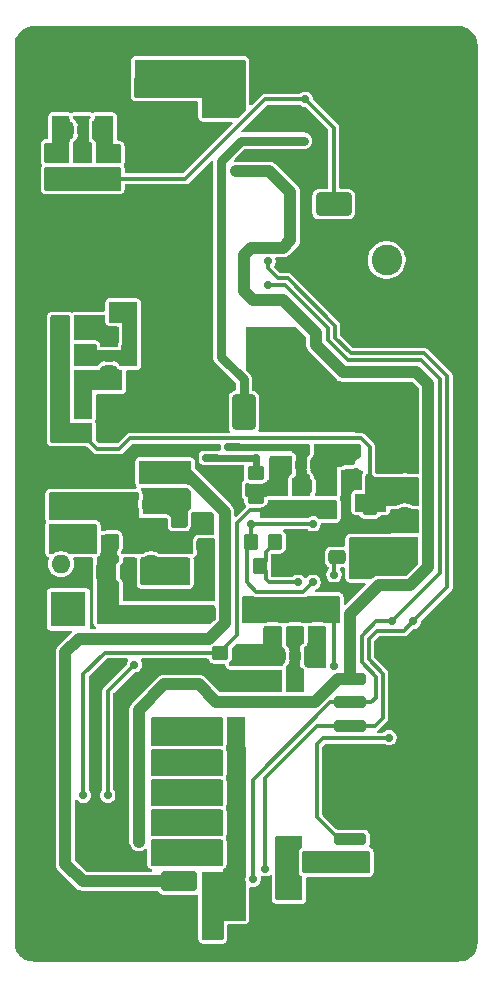
<source format=gbr>
%TF.GenerationSoftware,KiCad,Pcbnew,9.99.0-86-g03af293683*%
%TF.CreationDate,2025-02-25T09:18:42+01:00*%
%TF.ProjectId,RemBrake,52656d42-7261-46b6-952e-6b696361645f,2.0*%
%TF.SameCoordinates,PX7270e00PY8583b00*%
%TF.FileFunction,Copper,L2,Bot*%
%TF.FilePolarity,Positive*%
%FSLAX46Y46*%
G04 Gerber Fmt 4.6, Leading zero omitted, Abs format (unit mm)*
G04 Created by KiCad (PCBNEW 9.99.0-86-g03af293683) date 2025-02-25 09:18:42*
%MOMM*%
%LPD*%
G01*
G04 APERTURE LIST*
G04 Aperture macros list*
%AMRoundRect*
0 Rectangle with rounded corners*
0 $1 Rounding radius*
0 $2 $3 $4 $5 $6 $7 $8 $9 X,Y pos of 4 corners*
0 Add a 4 corners polygon primitive as box body*
4,1,4,$2,$3,$4,$5,$6,$7,$8,$9,$2,$3,0*
0 Add four circle primitives for the rounded corners*
1,1,$1+$1,$2,$3*
1,1,$1+$1,$4,$5*
1,1,$1+$1,$6,$7*
1,1,$1+$1,$8,$9*
0 Add four rect primitives between the rounded corners*
20,1,$1+$1,$2,$3,$4,$5,0*
20,1,$1+$1,$4,$5,$6,$7,0*
20,1,$1+$1,$6,$7,$8,$9,0*
20,1,$1+$1,$8,$9,$2,$3,0*%
G04 Aperture macros list end*
%TA.AperFunction,ComponentPad*%
%ADD10R,1.050000X1.500000*%
%TD*%
%TA.AperFunction,ComponentPad*%
%ADD11O,1.050000X1.500000*%
%TD*%
%TA.AperFunction,ComponentPad*%
%ADD12R,2.200000X2.200000*%
%TD*%
%TA.AperFunction,ComponentPad*%
%ADD13C,2.200000*%
%TD*%
%TA.AperFunction,ComponentPad*%
%ADD14R,2.600000X2.600000*%
%TD*%
%TA.AperFunction,ComponentPad*%
%ADD15C,2.600000*%
%TD*%
%TA.AperFunction,HeatsinkPad*%
%ADD16C,0.500000*%
%TD*%
%TA.AperFunction,HeatsinkPad*%
%ADD17R,1.680000X1.680000*%
%TD*%
%TA.AperFunction,ComponentPad*%
%ADD18R,1.500000X1.050000*%
%TD*%
%TA.AperFunction,ComponentPad*%
%ADD19O,1.500000X1.050000*%
%TD*%
%TA.AperFunction,ComponentPad*%
%ADD20R,1.600000X1.600000*%
%TD*%
%TA.AperFunction,ComponentPad*%
%ADD21O,1.600000X1.600000*%
%TD*%
%TA.AperFunction,SMDPad,CuDef*%
%ADD22RoundRect,0.250000X-0.350000X-0.450000X0.350000X-0.450000X0.350000X0.450000X-0.350000X0.450000X0*%
%TD*%
%TA.AperFunction,SMDPad,CuDef*%
%ADD23RoundRect,0.250000X0.450000X-0.350000X0.450000X0.350000X-0.450000X0.350000X-0.450000X-0.350000X0*%
%TD*%
%TA.AperFunction,SMDPad,CuDef*%
%ADD24RoundRect,0.225000X0.375000X-0.225000X0.375000X0.225000X-0.375000X0.225000X-0.375000X-0.225000X0*%
%TD*%
%TA.AperFunction,SMDPad,CuDef*%
%ADD25RoundRect,0.250000X0.350000X0.450000X-0.350000X0.450000X-0.350000X-0.450000X0.350000X-0.450000X0*%
%TD*%
%TA.AperFunction,SMDPad,CuDef*%
%ADD26RoundRect,0.150000X0.587500X0.150000X-0.587500X0.150000X-0.587500X-0.150000X0.587500X-0.150000X0*%
%TD*%
%TA.AperFunction,SMDPad,CuDef*%
%ADD27RoundRect,0.225000X0.225000X0.375000X-0.225000X0.375000X-0.225000X-0.375000X0.225000X-0.375000X0*%
%TD*%
%TA.AperFunction,SMDPad,CuDef*%
%ADD28RoundRect,0.250000X-0.450000X0.350000X-0.450000X-0.350000X0.450000X-0.350000X0.450000X0.350000X0*%
%TD*%
%TA.AperFunction,SMDPad,CuDef*%
%ADD29RoundRect,0.250000X-1.100000X0.250000X-1.100000X-0.250000X1.100000X-0.250000X1.100000X0.250000X0*%
%TD*%
%TA.AperFunction,SMDPad,CuDef*%
%ADD30RoundRect,0.250000X-1.650000X0.650000X-1.650000X-0.650000X1.650000X-0.650000X1.650000X0.650000X0*%
%TD*%
%TA.AperFunction,SMDPad,CuDef*%
%ADD31RoundRect,0.250000X-0.337500X-0.475000X0.337500X-0.475000X0.337500X0.475000X-0.337500X0.475000X0*%
%TD*%
%TA.AperFunction,SMDPad,CuDef*%
%ADD32R,2.200000X3.000000*%
%TD*%
%TA.AperFunction,SMDPad,CuDef*%
%ADD33RoundRect,0.300000X1.200000X0.700000X-1.200000X0.700000X-1.200000X-0.700000X1.200000X-0.700000X0*%
%TD*%
%TA.AperFunction,SMDPad,CuDef*%
%ADD34R,2.700000X3.200000*%
%TD*%
%TA.AperFunction,SMDPad,CuDef*%
%ADD35RoundRect,0.300000X0.700000X1.200000X-0.700000X1.200000X-0.700000X-1.200000X0.700000X-1.200000X0*%
%TD*%
%TA.AperFunction,SMDPad,CuDef*%
%ADD36RoundRect,0.250000X0.475000X-0.337500X0.475000X0.337500X-0.475000X0.337500X-0.475000X-0.337500X0*%
%TD*%
%TA.AperFunction,SMDPad,CuDef*%
%ADD37R,1.500000X1.500000*%
%TD*%
%TA.AperFunction,SMDPad,CuDef*%
%ADD38RoundRect,0.250000X-0.475000X0.337500X-0.475000X-0.337500X0.475000X-0.337500X0.475000X0.337500X0*%
%TD*%
%TA.AperFunction,SMDPad,CuDef*%
%ADD39R,3.000000X1.700000*%
%TD*%
%TA.AperFunction,SMDPad,CuDef*%
%ADD40RoundRect,0.250000X1.250000X-0.600000X1.250000X0.600000X-1.250000X0.600000X-1.250000X-0.600000X0*%
%TD*%
%TA.AperFunction,SMDPad,CuDef*%
%ADD41R,3.000000X3.000000*%
%TD*%
%TA.AperFunction,ViaPad*%
%ADD42C,0.700000*%
%TD*%
%TA.AperFunction,Conductor*%
%ADD43C,1.000000*%
%TD*%
%TA.AperFunction,Conductor*%
%ADD44C,0.300000*%
%TD*%
%TA.AperFunction,Conductor*%
%ADD45C,0.250000*%
%TD*%
%TA.AperFunction,Conductor*%
%ADD46C,0.800000*%
%TD*%
%TA.AperFunction,Conductor*%
%ADD47C,0.600000*%
%TD*%
%TA.AperFunction,Conductor*%
%ADD48C,0.500000*%
%TD*%
G04 APERTURE END LIST*
D10*
%TO.P,Q2,1,C*%
%TO.N,Net-(Q2-C)*%
X23368000Y42418000D03*
D11*
%TO.P,Q2,2,B*%
%TO.N,Net-(Q2-B)*%
X24638000Y42418000D03*
%TO.P,Q2,3,E*%
%TO.N,Net-(Q2-E)*%
X25908000Y42418000D03*
%TD*%
D12*
%TO.P,J3,1,Pin_1*%
%TO.N,/power_switch/BOOST*%
X33416000Y35245400D03*
D13*
%TO.P,J3,2,Pin_2*%
%TO.N,GND*%
X33416000Y37785400D03*
%TO.P,J3,3,Pin_3*%
%TO.N,/power_switch/ON{slash}OFF*%
X33416000Y40325400D03*
%TO.P,J3,4,Pin_4*%
%TO.N,/power_manager/VBATT*%
X33416000Y42865400D03*
%TD*%
D14*
%TO.P,J1,1,Pin_1*%
%TO.N,GND*%
X31892200Y54797600D03*
D15*
%TO.P,J1,2,Pin_2*%
%TO.N,Net-(J1-Pin_2)*%
X31892200Y59797600D03*
%TD*%
D10*
%TO.P,Q6,1,C*%
%TO.N,Net-(Q6-C)*%
X25400000Y26268000D03*
D11*
%TO.P,Q6,2,B*%
%TO.N,Net-(Q6-B)*%
X24130000Y26268000D03*
%TO.P,Q6,3,E*%
%TO.N,Net-(Q6-E)*%
X22860000Y26268000D03*
%TD*%
D16*
%TO.P,U1,17,GND*%
%TO.N,GND*%
X24860000Y35465000D03*
X24860000Y34385000D03*
D17*
X25400000Y34925000D03*
D16*
X25940000Y35465000D03*
X25940000Y34385000D03*
%TD*%
D18*
%TO.P,Q4,1,C*%
%TO.N,Net-(Q4-C)*%
X8382000Y52959000D03*
D19*
%TO.P,Q4,2,B*%
%TO.N,Net-(Q4-B)*%
X8382000Y51689000D03*
%TO.P,Q4,3,E*%
%TO.N,Net-(Q4-E)*%
X8382000Y50419000D03*
%TD*%
D20*
%TO.P,U5,1,GND*%
%TO.N,GND*%
X4318000Y41656000D03*
D21*
%TO.P,U5,2,TR*%
%TO.N,Net-(U5-THR)*%
X4318000Y39116000D03*
%TO.P,U5,3,Q*%
%TO.N,Net-(U5-Q)*%
X4318000Y36576000D03*
%TO.P,U5,4,R*%
%TO.N,/brake_control/STATUS*%
X4318000Y34036000D03*
%TO.P,U5,5,CV*%
%TO.N,Net-(U5-CV)*%
X11938000Y34036000D03*
%TO.P,U5,6,THR*%
%TO.N,Net-(U5-THR)*%
X11938000Y36576000D03*
%TO.P,U5,7,DIS*%
%TO.N,Net-(U5-DIS)*%
X11938000Y39116000D03*
%TO.P,U5,8,VCC*%
%TO.N,+5V*%
X11938000Y41656000D03*
%TD*%
D10*
%TO.P,Q8,1,C*%
%TO.N,Net-(Q8-C)*%
X7493000Y70769000D03*
D11*
%TO.P,Q8,2,B*%
%TO.N,Net-(Q8-B)*%
X6223000Y70769000D03*
%TO.P,Q8,3,E*%
%TO.N,Net-(Q8-E)*%
X4953000Y70769000D03*
%TD*%
D22*
%TO.P,R38,1*%
%TO.N,GND*%
X22130000Y24003000D03*
%TO.P,R38,2*%
%TO.N,Net-(Q6-B)*%
X24130000Y24003000D03*
%TD*%
D23*
%TO.P,R3,1*%
%TO.N,/brake_control/POWER SW*%
X22860000Y38624000D03*
%TO.P,R3,2*%
%TO.N,Net-(Q2-C)*%
X22860000Y40624000D03*
%TD*%
%TO.P,R13,1*%
%TO.N,GND*%
X28956000Y41545000D03*
%TO.P,R13,2*%
%TO.N,Net-(Q2-E)*%
X28956000Y43545000D03*
%TD*%
D24*
%TO.P,D1,1,K*%
%TO.N,/power_switch/BOOST*%
X30480000Y35307000D03*
%TO.P,D1,2,A*%
%TO.N,/power_switch/ON{slash}OFF*%
X30480000Y38607000D03*
%TD*%
D23*
%TO.P,R42,1*%
%TO.N,GND*%
X20066000Y24273000D03*
%TO.P,R42,2*%
%TO.N,Net-(Q6-E)*%
X20066000Y26273000D03*
%TD*%
D25*
%TO.P,R40,1*%
%TO.N,/brake_control/RF SWITCH*%
X19018000Y14859000D03*
%TO.P,R40,2*%
%TO.N,Net-(M1-D2)*%
X17018000Y14859000D03*
%TD*%
D26*
%TO.P,Q3,1,B*%
%TO.N,Net-(Q2-B)*%
X18893000Y44003000D03*
%TO.P,Q3,2,E*%
%TO.N,GND*%
X18893000Y42103000D03*
%TO.P,Q3,3,C*%
%TO.N,/control_connector/LED RED*%
X17018000Y43053000D03*
%TD*%
D23*
%TO.P,R55,1*%
%TO.N,Net-(M2-LED)*%
X6223000Y66675000D03*
%TO.P,R55,2*%
%TO.N,Net-(Q8-B)*%
X6223000Y68675000D03*
%TD*%
D22*
%TO.P,R10,1*%
%TO.N,Net-(U1-FB)*%
X21199600Y33909000D03*
%TO.P,R10,2*%
%TO.N,GND*%
X23199600Y33909000D03*
%TD*%
D25*
%TO.P,R39,1*%
%TO.N,/brake_control/RF SWITCH*%
X19018000Y9779000D03*
%TO.P,R39,2*%
%TO.N,Net-(M1-D0)*%
X17018000Y9779000D03*
%TD*%
D27*
%TO.P,D3,1,K*%
%TO.N,/brake_control/BUZZ*%
X20319000Y29845000D03*
%TO.P,D3,2,A*%
%TO.N,Net-(D3-A)*%
X17019000Y29845000D03*
%TD*%
D25*
%TO.P,R44,1*%
%TO.N,/brake_control/RF SWITCH*%
X19018000Y17399000D03*
%TO.P,R44,2*%
%TO.N,Net-(M1-D3)*%
X17018000Y17399000D03*
%TD*%
D28*
%TO.P,R31,1*%
%TO.N,+5V*%
X14351000Y41640000D03*
%TO.P,R31,2*%
%TO.N,Net-(U5-DIS)*%
X14351000Y39640000D03*
%TD*%
D29*
%TO.P,J6,1,Pin_1*%
%TO.N,/brake_control/BUZZER*%
X28824000Y10763000D03*
%TO.P,J6,2,Pin_2*%
%TO.N,/control_connector/BUTTON*%
X28824000Y8763000D03*
%TO.P,J6,3,Pin_3*%
%TO.N,GND*%
X28824000Y6763000D03*
D30*
%TO.P,J6,MP,MountPin*%
X33274000Y13113000D03*
X33274000Y4413000D03*
%TD*%
D23*
%TO.P,R56,1*%
%TO.N,Net-(M2-LED)*%
X4064000Y66675000D03*
%TO.P,R56,2*%
%TO.N,Net-(Q8-E)*%
X4064000Y68675000D03*
%TD*%
%TO.P,R5,1*%
%TO.N,/brake_control/POWER SW*%
X26924000Y38624000D03*
%TO.P,R5,2*%
%TO.N,Net-(Q2-E)*%
X26924000Y40624000D03*
%TD*%
D22*
%TO.P,R46,1*%
%TO.N,Net-(U5-Q)*%
X6636000Y35941000D03*
%TO.P,R46,2*%
%TO.N,Net-(D3-A)*%
X8636000Y35941000D03*
%TD*%
D31*
%TO.P,C6,1*%
%TO.N,Net-(U5-CV)*%
X14202500Y33528000D03*
%TO.P,C6,2*%
%TO.N,GND*%
X16277500Y33528000D03*
%TD*%
D28*
%TO.P,R11,1*%
%TO.N,/control_connector/LED RED*%
X20828000Y41767000D03*
%TO.P,R11,2*%
%TO.N,Net-(Q2-C)*%
X20828000Y39767000D03*
%TD*%
D22*
%TO.P,R18,1*%
%TO.N,/power_switch/ON{slash}OFF*%
X4207000Y51689000D03*
%TO.P,R18,2*%
%TO.N,Net-(Q4-B)*%
X6207000Y51689000D03*
%TD*%
D25*
%TO.P,R47,1*%
%TO.N,GND*%
X9890000Y33401000D03*
%TO.P,R47,2*%
%TO.N,Net-(D3-A)*%
X7890000Y33401000D03*
%TD*%
D28*
%TO.P,R35,1*%
%TO.N,/brake_control/BUZZ*%
X22225000Y30210000D03*
%TO.P,R35,2*%
%TO.N,Net-(Q6-E)*%
X22225000Y28210000D03*
%TD*%
D23*
%TO.P,R4,1*%
%TO.N,/brake_control/POWER SW*%
X24892000Y38624000D03*
%TO.P,R4,2*%
%TO.N,Net-(Q2-B)*%
X24892000Y40624000D03*
%TD*%
%TO.P,R2,1*%
%TO.N,GND*%
X17780000Y24527000D03*
%TO.P,R2,2*%
%TO.N,/brake_control/POWER SW*%
X17780000Y26527000D03*
%TD*%
D32*
%TO.P,M2,1,Vin*%
%TO.N,Net-(M2-Vin)*%
X11812000Y75106000D03*
%TO.P,M2,2,GND*%
%TO.N,GND*%
X27812000Y75106000D03*
D33*
X27412000Y59451000D03*
D34*
%TO.P,M2,3,BAT+*%
%TO.N,/power_manager/VBATT*%
X27562000Y47006000D03*
D35*
X22352000Y46906000D03*
%TO.P,M2,4,BM*%
%TO.N,/power_manager/BM*%
X19812000Y46906000D03*
D34*
%TO.P,M2,5,BAT-*%
%TO.N,GND*%
X12062000Y47006000D03*
D35*
X17272000Y46906000D03*
D33*
%TO.P,M2,6,LED*%
%TO.N,Net-(M2-LED)*%
X27412000Y64531000D03*
%TD*%
D25*
%TO.P,R24,1*%
%TO.N,GND*%
X8096000Y47244000D03*
%TO.P,R24,2*%
%TO.N,Net-(Q4-E)*%
X6096000Y47244000D03*
%TD*%
D36*
%TO.P,C2,1*%
%TO.N,Net-(U1-SS{slash}TR)*%
X27686000Y34649500D03*
%TO.P,C2,2*%
%TO.N,GND*%
X27686000Y36724500D03*
%TD*%
D25*
%TO.P,R48,1*%
%TO.N,GND*%
X25765000Y6604000D03*
%TO.P,R48,2*%
%TO.N,/brake_control/BTN*%
X23765000Y6604000D03*
%TD*%
D28*
%TO.P,R23,1*%
%TO.N,GND*%
X9271000Y57388000D03*
%TO.P,R23,2*%
%TO.N,Net-(Q4-B)*%
X9271000Y55388000D03*
%TD*%
D25*
%TO.P,R43,1*%
%TO.N,/brake_control/RF SWITCH*%
X19018000Y12319000D03*
%TO.P,R43,2*%
%TO.N,Net-(M1-D1)*%
X17018000Y12319000D03*
%TD*%
D37*
%TO.P,TP2,1,1*%
%TO.N,GND*%
X8128000Y41656000D03*
%TD*%
D25*
%TO.P,R16,1*%
%TO.N,GND*%
X8096000Y45085000D03*
%TO.P,R16,2*%
%TO.N,/power_switch/ON{slash}OFF*%
X6096000Y45085000D03*
%TD*%
D28*
%TO.P,R34,1*%
%TO.N,/brake_control/BUZZ*%
X24130000Y30210000D03*
%TO.P,R34,2*%
%TO.N,Net-(Q6-B)*%
X24130000Y28210000D03*
%TD*%
%TO.P,R32,1*%
%TO.N,Net-(U5-DIS)*%
X14351000Y37719000D03*
%TO.P,R32,2*%
%TO.N,Net-(U5-THR)*%
X14351000Y35719000D03*
%TD*%
D25*
%TO.P,R49,1*%
%TO.N,/control_connector/BUTTON*%
X25765000Y8763000D03*
%TO.P,R49,2*%
%TO.N,/brake_control/BTN*%
X23765000Y8763000D03*
%TD*%
D23*
%TO.P,R33,1*%
%TO.N,Net-(Q6-C)*%
X26035000Y28210000D03*
%TO.P,R33,2*%
%TO.N,/brake_control/BUZZ*%
X26035000Y30210000D03*
%TD*%
D29*
%TO.P,J5,1,Pin_1*%
%TO.N,+3V3*%
X28828600Y24336000D03*
%TO.P,J5,2,Pin_2*%
%TO.N,/brake_control/I2C.SCL*%
X28828600Y22336000D03*
%TO.P,J5,3,Pin_3*%
%TO.N,/brake_control/I2C.SDA*%
X28828600Y20336000D03*
%TO.P,J5,4,Pin_4*%
%TO.N,GND*%
X28828600Y18336000D03*
D30*
%TO.P,J5,MP,MountPin*%
X33278600Y26686000D03*
X33278600Y15986000D03*
%TD*%
D22*
%TO.P,R19,1*%
%TO.N,/power_switch/ON{slash}OFF*%
X4207000Y49530000D03*
%TO.P,R19,2*%
%TO.N,Net-(Q4-E)*%
X6207000Y49530000D03*
%TD*%
D25*
%TO.P,R41,1*%
%TO.N,/brake_control/RF SWITCH*%
X19018000Y19939000D03*
%TO.P,R41,2*%
%TO.N,Net-(M1-VT)*%
X17018000Y19939000D03*
%TD*%
D38*
%TO.P,C5,1*%
%TO.N,Net-(U5-THR)*%
X16510000Y37740500D03*
%TO.P,C5,2*%
%TO.N,GND*%
X16510000Y35665500D03*
%TD*%
D22*
%TO.P,R17,1*%
%TO.N,/power_switch/ON{slash}OFF*%
X4207000Y53848000D03*
%TO.P,R17,2*%
%TO.N,Net-(Q4-C)*%
X6207000Y53848000D03*
%TD*%
D23*
%TO.P,R54,1*%
%TO.N,Net-(M2-LED)*%
X8382000Y66675000D03*
%TO.P,R54,2*%
%TO.N,Net-(Q8-C)*%
X8382000Y68675000D03*
%TD*%
D39*
%TO.P,M1,1,VT*%
%TO.N,Net-(M1-VT)*%
X14352000Y19886000D03*
D40*
%TO.P,M1,2,D3*%
%TO.N,Net-(M1-D3)*%
X14352000Y17346000D03*
%TO.P,M1,3,D2*%
%TO.N,Net-(M1-D2)*%
X14352000Y14806000D03*
%TO.P,M1,4,D1*%
%TO.N,Net-(M1-D1)*%
X14352000Y12266000D03*
%TO.P,M1,5,D0*%
%TO.N,Net-(M1-D0)*%
X14352000Y9726000D03*
%TO.P,M1,6,V+*%
%TO.N,+5V*%
X14352000Y7186000D03*
%TO.P,M1,7,GND*%
%TO.N,GND*%
X14352000Y4646000D03*
D41*
%TO.P,M1,8,Ant*%
%TO.N,unconnected-(M1-Ant-Pad8)*%
X4952000Y30226000D03*
%TD*%
D22*
%TO.P,R9,1*%
%TO.N,Net-(D2-A)*%
X20447000Y35941000D03*
%TO.P,R9,2*%
%TO.N,Net-(U1-FB)*%
X22447000Y35941000D03*
%TD*%
D25*
%TO.P,R45,1*%
%TO.N,GND*%
X21050000Y5080000D03*
%TO.P,R45,2*%
%TO.N,/brake_control/RF SWITCH*%
X19050000Y5080000D03*
%TD*%
D42*
%TO.N,GND*%
X12141200Y31292800D03*
X6477000Y10541000D03*
X14351000Y58420000D03*
X6477000Y4445000D03*
X15189200Y72390000D03*
X12446000Y25273000D03*
%TO.N,+5V*%
X11684000Y7186000D03*
%TO.N,/brake_control/I2C.SDA*%
X21590000Y8255000D03*
X21844000Y59690000D03*
X34163000Y29210000D03*
%TO.N,/brake_control/I2C.SCL*%
X20574000Y7366000D03*
X32385000Y29210000D03*
X21844000Y57658000D03*
%TO.N,/brake_control/SERVO*%
X8280400Y14478000D03*
X10541000Y25527000D03*
%TO.N,Net-(U1-SS{slash}TR)*%
X27432000Y33147000D03*
%TO.N,/brake_control/BUZZER*%
X32101500Y19350260D03*
%TO.N,/brake_control/BUZZ*%
X27432000Y25400000D03*
%TO.N,Net-(D2-A)*%
X25654000Y32512000D03*
X20447000Y37465000D03*
X25654000Y37465000D03*
%TO.N,+3V3*%
X16002000Y23876000D03*
X31242000Y32258000D03*
X19177000Y67310000D03*
X10922000Y10414000D03*
X23114000Y60833000D03*
%TO.N,/power_manager/VBATT*%
X20828000Y53386000D03*
X20828000Y51862000D03*
X20828000Y50338000D03*
%TO.N,/power_manager/BM*%
X24892000Y69896000D03*
%TO.N,/brake_control/POWER SW*%
X6223000Y14478000D03*
%TO.N,/control_connector/LED RED*%
X20828000Y43053000D03*
%TO.N,/brake_control/RF SWITCH*%
X17145000Y2794000D03*
%TO.N,Net-(U1-FB)*%
X24384000Y32512000D03*
%TO.N,Net-(M2-LED)*%
X25019000Y73406000D03*
%TO.N,Net-(M2-Vin)*%
X16764000Y72517000D03*
X19177000Y72263000D03*
%TO.N,/brake_control/BTN*%
X23749000Y10464800D03*
%TD*%
D43*
%TO.N,+5V*%
X14351000Y41640000D02*
X15002000Y41640000D01*
X18169000Y38473000D02*
X18169000Y29067844D01*
X4699000Y26568400D02*
X4699000Y8636000D01*
X4699000Y8636000D02*
X6149000Y7186000D01*
X5868522Y27737922D02*
X4699000Y26568400D01*
X15002000Y41640000D02*
X18169000Y38473000D01*
X16839078Y27737922D02*
X5868522Y27737922D01*
X18169000Y29067844D02*
X16839078Y27737922D01*
X6149000Y7186000D02*
X14352000Y7186000D01*
X11954000Y41640000D02*
X11938000Y41656000D01*
D44*
%TO.N,/brake_control/I2C.SDA*%
X25955653Y20336000D02*
X21590000Y15970347D01*
X21844000Y59690000D02*
X21844000Y59080400D01*
X30381000Y27714000D02*
X30381000Y25981834D01*
X31076000Y28409000D02*
X30381000Y27714000D01*
X28828600Y20336000D02*
X25955653Y20336000D01*
X30381000Y25981834D02*
X31589000Y24773834D01*
X21844000Y59080400D02*
X22665400Y58259000D01*
X37035000Y49939570D02*
X37035000Y32082000D01*
X33362000Y28409000D02*
X34163000Y29210000D01*
X22665400Y58259000D02*
X23508570Y58259000D01*
X30877000Y20336000D02*
X31589000Y21048000D01*
X31076000Y28409000D02*
X33362000Y28409000D01*
X27523385Y54244185D02*
X27523385Y53228185D01*
X31589000Y24773834D02*
X31589000Y21048000D01*
X27523385Y53228185D02*
X28857570Y51894000D01*
X28857570Y51894000D02*
X35080570Y51894000D01*
X23508570Y58259000D02*
X27523385Y54244185D01*
X28828600Y20336000D02*
X30877000Y20336000D01*
X35080570Y51894000D02*
X37035000Y49939570D01*
X21590000Y15970347D02*
X21590000Y8255000D01*
X37035000Y32082000D02*
X34163000Y29210000D01*
%TO.N,/brake_control/I2C.SCL*%
X34831628Y51293000D02*
X36434000Y49690628D01*
X36434000Y33259000D02*
X32385000Y29210000D01*
X26909000Y54008628D02*
X26909000Y52992628D01*
X30988000Y22733000D02*
X30591000Y22336000D01*
X20574000Y7366000D02*
X20574000Y15804289D01*
X21844000Y57658000D02*
X23259628Y57658000D01*
X27105711Y22336000D02*
X28828600Y22336000D01*
X23259628Y57658000D02*
X26909000Y54008628D01*
X30591000Y22336000D02*
X28828600Y22336000D01*
X20574000Y15804289D02*
X27105711Y22336000D01*
X29780000Y27962942D02*
X29780000Y25732892D01*
X29780000Y25732892D02*
X30988000Y24524892D01*
X36434000Y49690628D02*
X36434000Y33259000D01*
X28608628Y51293000D02*
X34831628Y51293000D01*
X32385000Y29210000D02*
X31027058Y29210000D01*
X31027058Y29210000D02*
X29780000Y27962942D01*
X30988000Y24524892D02*
X30988000Y22733000D01*
X26909000Y52992628D02*
X28608628Y51293000D01*
%TO.N,/brake_control/SERVO*%
X8280400Y23266400D02*
X8280400Y14478000D01*
X10541000Y25527000D02*
X8280400Y23266400D01*
%TO.N,Net-(U1-SS{slash}TR)*%
X27432000Y34395500D02*
X27686000Y34649500D01*
X27432000Y33147000D02*
X27432000Y34395500D01*
%TO.N,/power_switch/ON{slash}OFF*%
X10152000Y44696000D02*
X10922000Y44696000D01*
X7366000Y43815000D02*
X9271000Y43815000D01*
X6112000Y45069000D02*
X7366000Y43815000D01*
X13335000Y44696000D02*
X11811000Y44696000D01*
X13335000Y44696000D02*
X29744712Y44696000D01*
X9271000Y43815000D02*
X10152000Y44696000D01*
X30480000Y38607000D02*
X30480000Y43960712D01*
X6112000Y45085000D02*
X6112000Y45069000D01*
X30480000Y43960712D02*
X29744712Y44696000D01*
X11811000Y44696000D02*
X10922000Y44696000D01*
%TO.N,/brake_control/BUZZER*%
X26517600Y19304000D02*
X26009600Y18796000D01*
X27845000Y10763000D02*
X28824000Y10763000D01*
X26009600Y12598400D02*
X27845000Y10763000D01*
X26009600Y18796000D02*
X26009600Y12598400D01*
X26517600Y19304000D02*
X31911480Y19304000D01*
%TO.N,/brake_control/BUZZ*%
X26889200Y30210000D02*
X26035000Y30210000D01*
X27432000Y29667200D02*
X26889200Y30210000D01*
X27432000Y25654000D02*
X27432000Y29667200D01*
%TO.N,Net-(D2-A)*%
X25654000Y32512000D02*
X24853000Y31711000D01*
X24853000Y31711000D02*
X20849768Y31711000D01*
X25654000Y37465000D02*
X20447000Y37465000D01*
X20849768Y31711000D02*
X20066000Y32494768D01*
X20066000Y32494768D02*
X20066000Y35560000D01*
D45*
X20701000Y37465000D02*
X20447000Y37211000D01*
D44*
X20066000Y35560000D02*
X20447000Y35941000D01*
D45*
X25654000Y37465000D02*
X20701000Y37465000D01*
D44*
X20447000Y37465000D02*
X20447000Y35941000D01*
D43*
%TO.N,+3V3*%
X20574000Y56388000D02*
X19812000Y57150000D01*
X25837793Y22413000D02*
X27760793Y24336000D01*
X31242000Y32258000D02*
X33909000Y32258000D01*
X28829000Y24336400D02*
X28829000Y29845000D01*
X19812000Y60198000D02*
X20447000Y60833000D01*
X21971000Y67310000D02*
X23749000Y65532000D01*
X28194000Y50292000D02*
X25908000Y52578000D01*
X10922000Y21717000D02*
X10922000Y10541000D01*
X34417000Y50292000D02*
X28194000Y50292000D01*
X27760793Y24336000D02*
X28828600Y24336000D01*
X33909000Y32258000D02*
X35433000Y33782000D01*
X35433000Y33782000D02*
X35433000Y49276000D01*
X10922000Y21717000D02*
X13081000Y23876000D01*
X16002000Y23876000D02*
X17465000Y22413000D01*
X28828600Y24336000D02*
X28829000Y24336400D01*
X31242000Y32258000D02*
X28829000Y29845000D01*
X25908000Y53594000D02*
X23114000Y56388000D01*
X35433000Y49276000D02*
X34417000Y50292000D01*
X23749000Y61468000D02*
X23749000Y65532000D01*
X25908000Y52578000D02*
X25908000Y53594000D01*
X20447000Y60833000D02*
X23114000Y60833000D01*
X23114000Y56388000D02*
X20574000Y56388000D01*
X19177000Y67310000D02*
X21971000Y67310000D01*
X16002000Y23876000D02*
X13081000Y23876000D01*
X23114000Y60833000D02*
X23749000Y61468000D01*
X19812000Y57150000D02*
X19812000Y60198000D01*
X17465000Y22413000D02*
X25837793Y22413000D01*
D46*
%TO.N,/power_manager/BM*%
X19604000Y69896000D02*
X17907000Y68199000D01*
X24892000Y69896000D02*
X19604000Y69896000D01*
X17907000Y51587400D02*
X19812000Y49682400D01*
X17907000Y68199000D02*
X17907000Y51587400D01*
X19812000Y49682400D02*
X19812000Y46906000D01*
D44*
%TO.N,/brake_control/POWER SW*%
X8016800Y26508000D02*
X17707338Y26508000D01*
X17707338Y26508000D02*
X19220000Y28020662D01*
X6223000Y24714200D02*
X8016800Y26508000D01*
X19220000Y28020662D02*
X19220000Y37512207D01*
X20331793Y38624000D02*
X22352000Y38624000D01*
X19220000Y37512207D02*
X20331793Y38624000D01*
X6223000Y14478000D02*
X6223000Y24714200D01*
D47*
%TO.N,/control_connector/LED RED*%
X20955000Y41894000D02*
X20828000Y41767000D01*
X20828000Y43053000D02*
X20828000Y41767000D01*
X17018000Y43053000D02*
X20828000Y43053000D01*
D48*
%TO.N,/brake_control/RF SWITCH*%
X19018000Y5112000D02*
X19050000Y5080000D01*
D47*
%TO.N,Net-(Q2-B)*%
X24450000Y44003000D02*
X24638000Y43815000D01*
X24638000Y43815000D02*
X24638000Y42418000D01*
X18893000Y44003000D02*
X24450000Y44003000D01*
D48*
%TO.N,Net-(Q4-C)*%
X7493000Y53848000D02*
X8382000Y52959000D01*
X6207000Y53848000D02*
X7493000Y53848000D01*
D44*
%TO.N,Net-(U1-FB)*%
X22447000Y35941000D02*
X22447000Y35858200D01*
X21894800Y32512000D02*
X24384000Y32512000D01*
X21640800Y35052000D02*
X21640800Y34350200D01*
X21640800Y34350200D02*
X21199600Y33909000D01*
X22447000Y35858200D02*
X21640800Y35052000D01*
X21640800Y32766000D02*
X21894800Y32512000D01*
X21199600Y33909000D02*
X21640800Y33467800D01*
X21640800Y33467800D02*
X21640800Y32766000D01*
%TO.N,Net-(M2-LED)*%
X14859000Y66675000D02*
X21590000Y73406000D01*
X8382000Y66675000D02*
X14859000Y66675000D01*
X21590000Y73406000D02*
X25019000Y73406000D01*
X27412000Y71013000D02*
X27412000Y64531000D01*
X25019000Y73406000D02*
X27412000Y71013000D01*
D48*
%TO.N,/control_connector/BUTTON*%
X25765000Y8763000D02*
X28824000Y8763000D01*
%TO.N,/brake_control/BTN*%
X23765000Y10398000D02*
X23749000Y10414000D01*
%TD*%
%TA.AperFunction,Conductor*%
%TO.N,GND*%
G36*
X9948171Y26037815D02*
G01*
X9993926Y25985011D01*
X10003870Y25915853D01*
X9984234Y25864608D01*
X9964535Y25835128D01*
X9964533Y25835125D01*
X9915499Y25716745D01*
X9915497Y25716739D01*
X9890500Y25591072D01*
X9890500Y25564965D01*
X9870815Y25497926D01*
X9854181Y25477284D01*
X7919913Y23543017D01*
X7919909Y23543011D01*
X7860601Y23440288D01*
X7860600Y23440283D01*
X7829900Y23325709D01*
X7829900Y14998808D01*
X7810215Y14931769D01*
X7793581Y14911127D01*
X7775126Y14892673D01*
X7775123Y14892669D01*
X7703938Y14786134D01*
X7703933Y14786125D01*
X7654899Y14667745D01*
X7654897Y14667739D01*
X7629900Y14542072D01*
X7629900Y14542069D01*
X7629900Y14413931D01*
X7629900Y14413929D01*
X7629899Y14413929D01*
X7654897Y14288262D01*
X7654899Y14288256D01*
X7703933Y14169876D01*
X7703938Y14169867D01*
X7775123Y14063332D01*
X7775126Y14063328D01*
X7865727Y13972727D01*
X7865731Y13972724D01*
X7972266Y13901539D01*
X7972272Y13901536D01*
X7972273Y13901535D01*
X8090656Y13852499D01*
X8090660Y13852499D01*
X8090661Y13852498D01*
X8216328Y13827500D01*
X8216331Y13827500D01*
X8344471Y13827500D01*
X8429015Y13844318D01*
X8470144Y13852499D01*
X8588527Y13901535D01*
X8695069Y13972724D01*
X8785676Y14063331D01*
X8856865Y14169873D01*
X8905901Y14288256D01*
X8930900Y14413931D01*
X8930900Y14542069D01*
X8930900Y14542072D01*
X8905902Y14667739D01*
X8905901Y14667740D01*
X8905901Y14667744D01*
X8856865Y14786127D01*
X8856864Y14786128D01*
X8856861Y14786134D01*
X8785676Y14892669D01*
X8785673Y14892673D01*
X8767219Y14911127D01*
X8733734Y14972450D01*
X8730900Y14998808D01*
X8730900Y23028435D01*
X8750585Y23095474D01*
X8767219Y23116116D01*
X10491284Y24840181D01*
X10552607Y24873666D01*
X10578965Y24876500D01*
X10605071Y24876500D01*
X10709891Y24897351D01*
X10730744Y24901499D01*
X10849127Y24950535D01*
X10955669Y25021724D01*
X11046276Y25112331D01*
X11117465Y25218873D01*
X11166501Y25337256D01*
X11191500Y25462931D01*
X11191500Y25591069D01*
X11191500Y25591072D01*
X11166502Y25716739D01*
X11166501Y25716740D01*
X11166501Y25716744D01*
X11117465Y25835127D01*
X11097765Y25864610D01*
X11076888Y25931286D01*
X11095372Y25998666D01*
X11147351Y26045357D01*
X11200868Y26057500D01*
X16700971Y26057500D01*
X16768010Y26037815D01*
X16813765Y25985011D01*
X16816325Y25978990D01*
X16845637Y25904661D01*
X16845638Y25904659D01*
X16937077Y25784078D01*
X17057656Y25692640D01*
X17057657Y25692640D01*
X17057658Y25692639D01*
X17198436Y25637123D01*
X17286898Y25626500D01*
X18113721Y25626500D01*
X18146025Y25617015D01*
X18178536Y25608212D01*
X18179451Y25607200D01*
X18180760Y25606815D01*
X18202792Y25581389D01*
X18225399Y25556389D01*
X18225818Y25554815D01*
X18226515Y25554011D01*
X18236057Y25522743D01*
X18236995Y25517071D01*
X18239610Y25480522D01*
X18244633Y25445587D01*
X18247709Y25427899D01*
X18253192Y25414420D01*
X18254691Y25407534D01*
X18255707Y25403992D01*
X18265643Y25369348D01*
X18265642Y25369348D01*
X18280502Y25343940D01*
X18286174Y25333034D01*
X18287311Y25330554D01*
X18290017Y25323904D01*
X18291219Y25322033D01*
X18291220Y25322032D01*
X18312903Y25288290D01*
X18313508Y25287355D01*
X18313506Y25287353D01*
X18314504Y25285800D01*
X18322322Y25272432D01*
X18325316Y25268977D01*
X18327796Y25265118D01*
X18364591Y25218867D01*
X18366079Y25216997D01*
X18377691Y25208827D01*
X18377695Y25208824D01*
X18384947Y25203722D01*
X18412812Y25177448D01*
X18446964Y25160082D01*
X18457895Y25152391D01*
X18457896Y25152391D01*
X18457897Y25152390D01*
X18481191Y25141753D01*
X18481193Y25141752D01*
X18496703Y25134669D01*
X18501355Y25132426D01*
X18512889Y25126561D01*
X18512893Y25126560D01*
X18512897Y25126558D01*
X18516294Y25125209D01*
X18520207Y25123861D01*
X18521425Y25123378D01*
X18521445Y25123369D01*
X18579678Y25103581D01*
X18606156Y25102470D01*
X18618587Y25101319D01*
X18666000Y25094500D01*
X22938500Y25094500D01*
X23005539Y25074815D01*
X23051294Y25022011D01*
X23062500Y24970500D01*
X23062500Y23365000D01*
X23064031Y23350756D01*
X23051629Y23281999D01*
X23004020Y23230860D01*
X22940743Y23213500D01*
X17847940Y23213500D01*
X17780901Y23233185D01*
X17760259Y23249819D01*
X16512292Y24497787D01*
X16512288Y24497790D01*
X16381185Y24585391D01*
X16381172Y24585398D01*
X16235501Y24645736D01*
X16235489Y24645739D01*
X16080845Y24676500D01*
X16080842Y24676500D01*
X13159842Y24676500D01*
X13002158Y24676500D01*
X13002155Y24676500D01*
X12847510Y24645739D01*
X12847498Y24645736D01*
X12701827Y24585398D01*
X12701814Y24585391D01*
X12570711Y24497790D01*
X12570707Y24497787D01*
X10931264Y22858342D01*
X10411711Y22338789D01*
X10355960Y22283038D01*
X10300209Y22227288D01*
X10212609Y22096186D01*
X10212602Y22096173D01*
X10152264Y21950502D01*
X10152261Y21950490D01*
X10121500Y21795847D01*
X10121500Y10462154D01*
X10152261Y10307511D01*
X10152264Y10307499D01*
X10212602Y10161828D01*
X10212609Y10161815D01*
X10300210Y10030712D01*
X10300213Y10030708D01*
X10411707Y9919214D01*
X10411711Y9919211D01*
X10542814Y9831610D01*
X10542827Y9831603D01*
X10688042Y9771454D01*
X10688503Y9771263D01*
X10843153Y9740501D01*
X10843156Y9740500D01*
X10843158Y9740500D01*
X11000844Y9740500D01*
X11000845Y9740501D01*
X11155497Y9771263D01*
X11301179Y9831606D01*
X11301185Y9831610D01*
X11437354Y9922595D01*
X11438502Y9920877D01*
X11494133Y9944509D01*
X11563002Y9932724D01*
X11614567Y9885577D01*
X11632500Y9821344D01*
X11632500Y8633000D01*
X11632501Y8632991D01*
X11639481Y8568065D01*
X11639483Y8568053D01*
X11650688Y8516547D01*
X11661644Y8478346D01*
X11661646Y8478342D01*
X11718323Y8381432D01*
X11718325Y8381429D01*
X11764081Y8328624D01*
X11764091Y8328613D01*
X11808807Y8286452D01*
X11808809Y8286451D01*
X11808813Y8286447D01*
X11908889Y8235561D01*
X11929609Y8229477D01*
X11988386Y8191701D01*
X12017410Y8128145D01*
X12007466Y8058987D01*
X11961710Y8006184D01*
X11894672Y7986500D01*
X6531940Y7986500D01*
X6464901Y8006185D01*
X6444259Y8022819D01*
X5535819Y8931259D01*
X5502334Y8992582D01*
X5499500Y9018940D01*
X5499500Y13982681D01*
X5519185Y14049720D01*
X5571989Y14095475D01*
X5641147Y14105419D01*
X5704703Y14076394D01*
X5713319Y14067542D01*
X5713416Y14067638D01*
X5808327Y13972727D01*
X5808331Y13972724D01*
X5914866Y13901539D01*
X5914872Y13901536D01*
X5914873Y13901535D01*
X6033256Y13852499D01*
X6033260Y13852499D01*
X6033261Y13852498D01*
X6158928Y13827500D01*
X6158931Y13827500D01*
X6287071Y13827500D01*
X6371615Y13844318D01*
X6412744Y13852499D01*
X6531127Y13901535D01*
X6637669Y13972724D01*
X6728276Y14063331D01*
X6799465Y14169873D01*
X6848501Y14288256D01*
X6873500Y14413931D01*
X6873500Y14542069D01*
X6873500Y14542072D01*
X6848502Y14667739D01*
X6848501Y14667740D01*
X6848501Y14667744D01*
X6799465Y14786127D01*
X6799464Y14786128D01*
X6799461Y14786134D01*
X6728276Y14892669D01*
X6728273Y14892673D01*
X6709819Y14911127D01*
X6676334Y14972450D01*
X6673500Y14998808D01*
X6673500Y24476235D01*
X6693185Y24543274D01*
X6709819Y24563916D01*
X8167084Y26021181D01*
X8228407Y26054666D01*
X8254765Y26057500D01*
X9881132Y26057500D01*
X9948171Y26037815D01*
G37*
%TD.AperFunction*%
%TA.AperFunction,Conductor*%
G36*
X29360675Y42189988D02*
G01*
X29435270Y42147433D01*
X29435272Y42147433D01*
X29438752Y42145447D01*
X29511726Y42116671D01*
X29512147Y42116501D01*
X29512720Y42116049D01*
X29540784Y42100269D01*
X29578990Y42071296D01*
X29594553Y42057273D01*
X29601371Y42049995D01*
X29605565Y42045607D01*
X29605569Y42045604D01*
X29605571Y42045602D01*
X29697388Y41980991D01*
X29697393Y41980989D01*
X29697396Y41980987D01*
X29751142Y41956443D01*
X29760944Y41951966D01*
X29796242Y41939971D01*
X29853380Y41899766D01*
X29879713Y41835048D01*
X29866877Y41766368D01*
X29866875Y41766365D01*
X29825561Y41685114D01*
X29825560Y41685111D01*
X29805877Y41618079D01*
X29793500Y41531998D01*
X29793500Y40434500D01*
X29773815Y40367461D01*
X29721011Y40321706D01*
X29669500Y40310500D01*
X29334000Y40310500D01*
X29333991Y40310500D01*
X29333990Y40310499D01*
X29269064Y40303519D01*
X29269052Y40303517D01*
X29217546Y40292312D01*
X29179345Y40281356D01*
X29179341Y40281354D01*
X29082431Y40224677D01*
X29082428Y40224675D01*
X29029623Y40178919D01*
X29029612Y40178909D01*
X28987451Y40134193D01*
X28987445Y40134184D01*
X28936560Y40034110D01*
X28916877Y39967079D01*
X28916876Y39967072D01*
X28904500Y39881000D01*
X28904500Y38605000D01*
X28904501Y38604991D01*
X28911481Y38540065D01*
X28911483Y38540053D01*
X28922688Y38488547D01*
X28933644Y38450346D01*
X28933646Y38450342D01*
X28990323Y38353432D01*
X28990325Y38353429D01*
X29036081Y38300624D01*
X29036091Y38300613D01*
X29080807Y38258452D01*
X29080809Y38258451D01*
X29080813Y38258447D01*
X29180889Y38207561D01*
X29247928Y38187876D01*
X29334000Y38175500D01*
X29540495Y38175500D01*
X29607534Y38155815D01*
X29639299Y38126426D01*
X29642635Y38122027D01*
X29642636Y38122025D01*
X29676774Y38077008D01*
X29729923Y38006921D01*
X29845023Y37919637D01*
X29845024Y37919637D01*
X29845025Y37919636D01*
X29979410Y37866641D01*
X30063856Y37856500D01*
X30063862Y37856500D01*
X30896138Y37856500D01*
X30896144Y37856500D01*
X30980590Y37866641D01*
X31114975Y37919636D01*
X31230078Y38006922D01*
X31317364Y38122025D01*
X31317364Y38122027D01*
X31320701Y38126426D01*
X31376894Y38167949D01*
X31419505Y38175500D01*
X31752990Y38175500D01*
X31753000Y38175500D01*
X31817941Y38182482D01*
X31869452Y38193688D01*
X31907658Y38204646D01*
X32004571Y38261325D01*
X32057375Y38307080D01*
X32057382Y38307088D01*
X32057387Y38307092D01*
X32099548Y38351808D01*
X32099553Y38351813D01*
X32150439Y38451889D01*
X32170124Y38518928D01*
X32178495Y38577151D01*
X32207521Y38640704D01*
X32266300Y38678478D01*
X32301233Y38683500D01*
X32663564Y38683500D01*
X32663565Y38683501D01*
X32699219Y38687721D01*
X32734871Y38691940D01*
X32734873Y38691941D01*
X32734877Y38691941D01*
X32791172Y38705456D01*
X32858553Y38730314D01*
X32986984Y38795756D01*
X33004939Y38803193D01*
X33150308Y38850425D01*
X33169200Y38854961D01*
X33320191Y38878875D01*
X33339579Y38880400D01*
X33492420Y38880400D01*
X33511817Y38878873D01*
X33566172Y38870265D01*
X33662783Y38854963D01*
X33681693Y38850424D01*
X33827048Y38803196D01*
X33845017Y38795753D01*
X33973448Y38730313D01*
X34040828Y38705456D01*
X34097123Y38691941D01*
X34097124Y38691941D01*
X34097128Y38691940D01*
X34147339Y38685998D01*
X34168433Y38683501D01*
X34168436Y38683500D01*
X34508500Y38683500D01*
X34575539Y38663815D01*
X34621294Y38611011D01*
X34632500Y38559500D01*
X34632500Y36769900D01*
X34612815Y36702861D01*
X34560011Y36657106D01*
X34508500Y36645900D01*
X32271143Y36645900D01*
X32271117Y36645898D01*
X32246012Y36642987D01*
X32246011Y36642986D01*
X32234869Y36638066D01*
X32184782Y36627500D01*
X28826000Y36627500D01*
X28825991Y36627500D01*
X28825990Y36627499D01*
X28761064Y36620519D01*
X28761052Y36620517D01*
X28709546Y36609312D01*
X28671345Y36598356D01*
X28671341Y36598354D01*
X28574431Y36541677D01*
X28574428Y36541675D01*
X28521623Y36495919D01*
X28521612Y36495909D01*
X28479451Y36451193D01*
X28479445Y36451184D01*
X28428560Y36351110D01*
X28408877Y36284079D01*
X28408876Y36284072D01*
X28401876Y36235385D01*
X28396500Y36197998D01*
X28396500Y35654178D01*
X28376815Y35587139D01*
X28324011Y35541384D01*
X28257718Y35531062D01*
X28230315Y35534353D01*
X28204102Y35537500D01*
X27167898Y35537500D01*
X27128853Y35532812D01*
X27079438Y35526878D01*
X26938656Y35471361D01*
X26818077Y35379923D01*
X26726639Y35259344D01*
X26671122Y35118562D01*
X26665188Y35069147D01*
X26660500Y35030102D01*
X26660500Y34268898D01*
X26663205Y34246374D01*
X26671122Y34180439D01*
X26726639Y34039657D01*
X26818077Y33919078D01*
X26932425Y33832366D01*
X26934905Y33829010D01*
X26938703Y33827275D01*
X26955494Y33801147D01*
X26973948Y33776174D01*
X26974863Y33771008D01*
X26976477Y33768497D01*
X26981500Y33733562D01*
X26981500Y33667808D01*
X26961815Y33600769D01*
X26945181Y33580127D01*
X26926726Y33561673D01*
X26926723Y33561669D01*
X26855538Y33455134D01*
X26855533Y33455125D01*
X26806499Y33336745D01*
X26806497Y33336739D01*
X26781500Y33211072D01*
X26781500Y33211069D01*
X26781500Y33082931D01*
X26781500Y33082929D01*
X26781499Y33082929D01*
X26806497Y32957262D01*
X26806499Y32957256D01*
X26855533Y32838876D01*
X26855538Y32838867D01*
X26926723Y32732332D01*
X26926726Y32732328D01*
X27017327Y32641727D01*
X27017331Y32641724D01*
X27123866Y32570539D01*
X27123872Y32570536D01*
X27123873Y32570535D01*
X27242256Y32521499D01*
X27242260Y32521499D01*
X27242261Y32521498D01*
X27367928Y32496500D01*
X27367931Y32496500D01*
X27496071Y32496500D01*
X27580615Y32513318D01*
X27621744Y32521499D01*
X27740127Y32570535D01*
X27846669Y32641724D01*
X27937276Y32732331D01*
X28008465Y32838873D01*
X28057501Y32957256D01*
X28068992Y33015022D01*
X28082500Y33082929D01*
X28082500Y33211072D01*
X28057502Y33336739D01*
X28057501Y33336740D01*
X28057501Y33336744D01*
X28008465Y33455127D01*
X28008464Y33455128D01*
X28008461Y33455134D01*
X27933892Y33566734D01*
X27935727Y33567961D01*
X27934009Y33572006D01*
X27924305Y33582530D01*
X27920622Y33603521D01*
X27912290Y33623136D01*
X27914705Y33637248D01*
X27912231Y33651349D01*
X27920480Y33670999D01*
X27924076Y33692005D01*
X27933736Y33702571D01*
X27939279Y33715770D01*
X27956844Y33727841D01*
X27971225Y33743568D01*
X27986161Y33747988D01*
X27996863Y33755342D01*
X28027577Y33760243D01*
X28031626Y33761441D01*
X28033536Y33761500D01*
X28204102Y33761500D01*
X28263179Y33768595D01*
X28268671Y33768764D01*
X28297378Y33761290D01*
X28326624Y33756387D01*
X28330811Y33752585D01*
X28336286Y33751159D01*
X28356393Y33729353D01*
X28378348Y33709415D01*
X28379913Y33703846D01*
X28383650Y33699793D01*
X28387967Y33675187D01*
X28396500Y33644823D01*
X28396500Y32890000D01*
X28396501Y32889991D01*
X28403481Y32825065D01*
X28403483Y32825053D01*
X28414688Y32773547D01*
X28425644Y32735346D01*
X28425646Y32735342D01*
X28482323Y32638432D01*
X28482325Y32638429D01*
X28528081Y32585624D01*
X28528091Y32585613D01*
X28572807Y32543452D01*
X28572809Y32543451D01*
X28572813Y32543447D01*
X28672889Y32492561D01*
X28683709Y32489384D01*
X28739386Y32473035D01*
X28739928Y32472876D01*
X28826000Y32460500D01*
X30013061Y32460500D01*
X30080100Y32440815D01*
X30125855Y32388011D01*
X30135799Y32318853D01*
X30106774Y32255297D01*
X30100744Y32248823D01*
X29668069Y31816147D01*
X28457181Y30605260D01*
X28395858Y30571775D01*
X28326166Y30576759D01*
X28270233Y30618631D01*
X28245816Y30684095D01*
X28245500Y30692941D01*
X28245500Y31244990D01*
X28245500Y31245000D01*
X28238518Y31309941D01*
X28227312Y31361452D01*
X28216354Y31399658D01*
X28159675Y31496571D01*
X28113920Y31549375D01*
X28113918Y31549377D01*
X28113908Y31549388D01*
X28069192Y31591549D01*
X28069189Y31591551D01*
X28069187Y31591553D01*
X27969111Y31642439D01*
X27969110Y31642440D01*
X27969109Y31642440D01*
X27902078Y31662123D01*
X27902072Y31662124D01*
X27816000Y31674500D01*
X27815997Y31674500D01*
X25955323Y31674500D01*
X25888284Y31694185D01*
X25842529Y31746989D01*
X25832585Y31816147D01*
X25861610Y31879703D01*
X25907871Y31913061D01*
X25962120Y31935532D01*
X25962120Y31935533D01*
X25962127Y31935535D01*
X26068669Y32006724D01*
X26159276Y32097331D01*
X26230465Y32203873D01*
X26279501Y32322256D01*
X26304500Y32447931D01*
X26304500Y32576069D01*
X26304500Y32576072D01*
X26279502Y32701739D01*
X26279501Y32701740D01*
X26279501Y32701744D01*
X26230465Y32820127D01*
X26230464Y32820128D01*
X26230461Y32820134D01*
X26159276Y32926669D01*
X26159273Y32926673D01*
X26068672Y33017274D01*
X26068668Y33017277D01*
X25962133Y33088462D01*
X25962124Y33088467D01*
X25843744Y33137501D01*
X25843738Y33137503D01*
X25718071Y33162500D01*
X25718069Y33162500D01*
X25589931Y33162500D01*
X25589929Y33162500D01*
X25464261Y33137503D01*
X25464255Y33137501D01*
X25345875Y33088467D01*
X25345866Y33088462D01*
X25239331Y33017277D01*
X25239327Y33017274D01*
X25148726Y32926673D01*
X25148723Y32926669D01*
X25122102Y32886827D01*
X25068490Y32842022D01*
X24999165Y32833315D01*
X24936137Y32863470D01*
X24915898Y32886827D01*
X24889276Y32926669D01*
X24889273Y32926673D01*
X24798672Y33017274D01*
X24798668Y33017277D01*
X24692133Y33088462D01*
X24692124Y33088467D01*
X24573744Y33137501D01*
X24573738Y33137503D01*
X24448071Y33162500D01*
X24448069Y33162500D01*
X24319931Y33162500D01*
X24319929Y33162500D01*
X24194261Y33137503D01*
X24194255Y33137501D01*
X24075875Y33088467D01*
X24075866Y33088462D01*
X23969331Y33017277D01*
X23969327Y33017274D01*
X23950873Y32998819D01*
X23889550Y32965334D01*
X23863192Y32962500D01*
X22215300Y32962500D01*
X22206614Y32965051D01*
X22197653Y32963762D01*
X22173612Y32974741D01*
X22148261Y32982185D01*
X22142333Y32989026D01*
X22134097Y32992787D01*
X22119807Y33015022D01*
X22102506Y33034989D01*
X22100218Y33045504D01*
X22096323Y33051565D01*
X22091300Y33086500D01*
X22091300Y33335203D01*
X22092185Y33349988D01*
X22100100Y33415898D01*
X22100100Y34402097D01*
X22100100Y34402102D01*
X22092184Y34468023D01*
X22091300Y34482806D01*
X22091300Y34814035D01*
X22099944Y34843476D01*
X22106468Y34873462D01*
X22110222Y34878478D01*
X22110985Y34881074D01*
X22127619Y34901716D01*
X22130084Y34904181D01*
X22191407Y34937666D01*
X22217765Y34940500D01*
X22840097Y34940500D01*
X22840102Y34940500D01*
X22928564Y34951123D01*
X23069342Y35006639D01*
X23189922Y35098078D01*
X23281361Y35218658D01*
X23336877Y35359436D01*
X23347500Y35447898D01*
X23347500Y36434102D01*
X23336877Y36522564D01*
X23281361Y36663342D01*
X23281360Y36663343D01*
X23281360Y36663344D01*
X23189922Y36783923D01*
X23179671Y36791696D01*
X23138148Y36847888D01*
X23133596Y36917609D01*
X23167461Y36978724D01*
X23228990Y37011827D01*
X23254596Y37014500D01*
X25133192Y37014500D01*
X25200231Y36994815D01*
X25220873Y36978181D01*
X25239327Y36959727D01*
X25239331Y36959724D01*
X25345866Y36888539D01*
X25345872Y36888536D01*
X25345873Y36888535D01*
X25464256Y36839499D01*
X25464260Y36839499D01*
X25464261Y36839498D01*
X25589928Y36814500D01*
X25589931Y36814500D01*
X25718071Y36814500D01*
X25802615Y36831318D01*
X25843744Y36839499D01*
X25962127Y36888535D01*
X26068669Y36959724D01*
X26159276Y37050331D01*
X26230465Y37156873D01*
X26279501Y37275256D01*
X26304500Y37400931D01*
X26304500Y37416500D01*
X26324185Y37483539D01*
X26376989Y37529294D01*
X26428500Y37540500D01*
X27561990Y37540500D01*
X27562000Y37540500D01*
X27626941Y37547482D01*
X27678452Y37558688D01*
X27716658Y37569646D01*
X27813571Y37626325D01*
X27866375Y37672080D01*
X27866382Y37672088D01*
X27866387Y37672092D01*
X27908548Y37716808D01*
X27908553Y37716813D01*
X27959439Y37816889D01*
X27979124Y37883928D01*
X27991500Y37970000D01*
X27991500Y39373000D01*
X27984518Y39437941D01*
X27973312Y39489452D01*
X27962354Y39527658D01*
X27928139Y39586160D01*
X27911286Y39653965D01*
X27924643Y39704959D01*
X27959439Y39773389D01*
X27979124Y39840428D01*
X27991500Y39926500D01*
X27991500Y41863448D01*
X28011185Y41930487D01*
X28063989Y41976242D01*
X28092157Y41984162D01*
X28091966Y41985099D01*
X28096892Y41986103D01*
X28096896Y41986103D01*
X28193592Y42005805D01*
X28258904Y42030629D01*
X28334961Y42072775D01*
X28371213Y42100269D01*
X28400648Y42116819D01*
X28435065Y42130391D01*
X28465774Y42138152D01*
X28470990Y42138778D01*
X28473821Y42139117D01*
X28488593Y42140000D01*
X29044907Y42140000D01*
X29044908Y42140000D01*
X29090018Y42143349D01*
X29126235Y42148756D01*
X29145522Y42152271D01*
X29249053Y42195700D01*
X29249059Y42195705D01*
X29251264Y42196629D01*
X29320699Y42204410D01*
X29360675Y42189988D01*
G37*
%TD.AperFunction*%
%TA.AperFunction,Conductor*%
G36*
X17017185Y36247117D02*
G01*
X17067925Y36241023D01*
X17071101Y36240395D01*
X17073721Y36240328D01*
X17077318Y36239896D01*
X17080149Y36239555D01*
X17080149Y36239556D01*
X17105679Y36236487D01*
X17110592Y36238452D01*
X17125598Y36238968D01*
X17145132Y36238457D01*
X17173827Y36237704D01*
X17173827Y36237705D01*
X17173833Y36237704D01*
X17226853Y36245328D01*
X17296010Y36235385D01*
X17348814Y36189631D01*
X17368500Y36122592D01*
X17368500Y31036500D01*
X17348815Y30969461D01*
X17296011Y30923706D01*
X17244500Y30912500D01*
X9700500Y30912500D01*
X9633461Y30932185D01*
X9587706Y30984989D01*
X9576500Y31036500D01*
X9576500Y32402524D01*
X9571813Y32455817D01*
X9571812Y32455818D01*
X9571812Y32455828D01*
X9564260Y32498440D01*
X9558139Y32525672D01*
X9509144Y32626688D01*
X9467621Y32682879D01*
X9406519Y32744743D01*
X9406515Y32744747D01*
X9378706Y32765835D01*
X9354829Y32789712D01*
X9334730Y32816217D01*
X9318182Y32845649D01*
X9311154Y32863470D01*
X9304609Y32880067D01*
X9296848Y32910781D01*
X9295883Y32918824D01*
X9295000Y32933596D01*
X9295000Y33868408D01*
X9295883Y33883181D01*
X9295902Y33883341D01*
X9296849Y33891228D01*
X9304609Y33921935D01*
X9318183Y33956358D01*
X9334730Y33985786D01*
X9354831Y34012293D01*
X9378706Y34036166D01*
X9406517Y34057255D01*
X9446166Y34093206D01*
X9475556Y34124971D01*
X9493553Y34146298D01*
X9544439Y34246374D01*
X9564124Y34313413D01*
X9576500Y34399485D01*
X9576500Y34495500D01*
X9596185Y34562539D01*
X9648989Y34608294D01*
X9700500Y34619500D01*
X10619500Y34619500D01*
X10686539Y34599815D01*
X10732294Y34547011D01*
X10743500Y34495500D01*
X10743500Y32382000D01*
X10743501Y32381991D01*
X10750481Y32317065D01*
X10750483Y32317053D01*
X10761688Y32265547D01*
X10772644Y32227346D01*
X10772646Y32227342D01*
X10829323Y32130432D01*
X10829325Y32130429D01*
X10875081Y32077624D01*
X10875091Y32077613D01*
X10919807Y32035452D01*
X10919809Y32035451D01*
X10919813Y32035447D01*
X11019889Y31984561D01*
X11086928Y31964876D01*
X11173000Y31952500D01*
X11173003Y31952500D01*
X15115990Y31952500D01*
X15116000Y31952500D01*
X15180941Y31959482D01*
X15232452Y31970688D01*
X15270658Y31981646D01*
X15367571Y32038325D01*
X15420375Y32084080D01*
X15420382Y32084088D01*
X15420387Y32084092D01*
X15462548Y32128808D01*
X15462553Y32128813D01*
X15513439Y32228889D01*
X15533124Y32295928D01*
X15545500Y32382000D01*
X15545500Y34495500D01*
X15540360Y34543309D01*
X15552765Y34612067D01*
X15600375Y34663205D01*
X15602206Y34664270D01*
X15660648Y34697609D01*
X15710717Y34733295D01*
X15780081Y34821576D01*
X15812418Y34883512D01*
X15835246Y34940603D01*
X15845870Y35052370D01*
X15839588Y35121957D01*
X15819525Y35206564D01*
X15799611Y35257063D01*
X15791850Y35287774D01*
X15790884Y35295822D01*
X15790000Y35310600D01*
X15790000Y36020408D01*
X15790883Y36035181D01*
X15790902Y36035341D01*
X15791849Y36043228D01*
X15799608Y36073933D01*
X15813185Y36108362D01*
X15829729Y36137785D01*
X15849833Y36164297D01*
X15873703Y36188167D01*
X15900215Y36208271D01*
X15929638Y36224815D01*
X15964067Y36238392D01*
X15994774Y36246152D01*
X15999990Y36246778D01*
X16002821Y36247117D01*
X16017593Y36248000D01*
X17002402Y36248000D01*
X17017185Y36247117D01*
G37*
%TD.AperFunction*%
%TA.AperFunction,Conductor*%
G36*
X38004418Y79599184D02*
G01*
X38218791Y79583852D01*
X38236296Y79581335D01*
X38441969Y79536594D01*
X38458928Y79531615D01*
X38656150Y79458054D01*
X38672242Y79450704D01*
X38856968Y79349837D01*
X38871848Y79340276D01*
X39040353Y79214134D01*
X39053723Y79202548D01*
X39202547Y79053724D01*
X39214133Y79040354D01*
X39340271Y78871854D01*
X39349836Y78856969D01*
X39450703Y78672243D01*
X39458053Y78656151D01*
X39531611Y78458937D01*
X39536595Y78441961D01*
X39581333Y78236300D01*
X39583851Y78218789D01*
X39599184Y78004420D01*
X39599500Y77995573D01*
X39599500Y2004428D01*
X39599184Y1995581D01*
X39583851Y1781212D01*
X39581333Y1763701D01*
X39536595Y1558040D01*
X39531611Y1541064D01*
X39458053Y1343850D01*
X39450703Y1327758D01*
X39349836Y1143032D01*
X39340271Y1128147D01*
X39214133Y959647D01*
X39202547Y946277D01*
X39053723Y797453D01*
X39040353Y785867D01*
X38871853Y659729D01*
X38856968Y650164D01*
X38672242Y549297D01*
X38656150Y541947D01*
X38458936Y468389D01*
X38441960Y463405D01*
X38236299Y418667D01*
X38218788Y416149D01*
X38023369Y402172D01*
X38004417Y400816D01*
X37995572Y400500D01*
X2004428Y400500D01*
X1995582Y400816D01*
X1974407Y402331D01*
X1781211Y416149D01*
X1763700Y418667D01*
X1558039Y463405D01*
X1541063Y468389D01*
X1343849Y541947D01*
X1327757Y549297D01*
X1143031Y650164D01*
X1128146Y659729D01*
X959646Y785867D01*
X946276Y797453D01*
X797452Y946277D01*
X785866Y959647D01*
X745924Y1013003D01*
X659724Y1128152D01*
X650163Y1143032D01*
X549296Y1327758D01*
X541946Y1343850D01*
X468385Y1541072D01*
X463406Y1558031D01*
X418665Y1763704D01*
X416148Y1781213D01*
X406459Y1916676D01*
X400816Y1995582D01*
X400500Y2004428D01*
X400500Y69598998D01*
X2615500Y69598998D01*
X2615500Y68104166D01*
X2622564Y68038852D01*
X2622567Y68038835D01*
X2633899Y67987060D01*
X2633902Y67987047D01*
X2645042Y67948483D01*
X2678697Y67891277D01*
X2695724Y67823514D01*
X2682352Y67772199D01*
X2647560Y67703775D01*
X2627877Y67636744D01*
X2627876Y67636737D01*
X2615500Y67550665D01*
X2615500Y65783000D01*
X2615501Y65782991D01*
X2622481Y65718065D01*
X2622483Y65718053D01*
X2633688Y65666547D01*
X2644644Y65628346D01*
X2644646Y65628342D01*
X2701323Y65531432D01*
X2701325Y65531429D01*
X2747081Y65478624D01*
X2747091Y65478613D01*
X2791807Y65436452D01*
X2791809Y65436451D01*
X2791813Y65436447D01*
X2891889Y65385561D01*
X2958928Y65365876D01*
X3045000Y65353500D01*
X3045003Y65353500D01*
X9273990Y65353500D01*
X9274000Y65353500D01*
X9338941Y65360482D01*
X9390452Y65371688D01*
X9428658Y65382646D01*
X9525571Y65439325D01*
X9578375Y65485080D01*
X9578382Y65485088D01*
X9578387Y65485092D01*
X9620548Y65529808D01*
X9620553Y65529813D01*
X9671439Y65629889D01*
X9691124Y65696928D01*
X9703500Y65783000D01*
X9703500Y66100500D01*
X9723185Y66167539D01*
X9775989Y66213294D01*
X9827500Y66224500D01*
X14918308Y66224500D01*
X14918309Y66224500D01*
X15008673Y66248714D01*
X15032887Y66255201D01*
X15135614Y66314511D01*
X16994819Y68173718D01*
X17056142Y68207202D01*
X17125834Y68202218D01*
X17181767Y68160346D01*
X17206184Y68094882D01*
X17206500Y68086036D01*
X17206500Y51656394D01*
X17206500Y51518406D01*
X17206500Y51518404D01*
X17206499Y51518404D01*
X17233418Y51383078D01*
X17233421Y51383068D01*
X17286222Y51255593D01*
X17362887Y51140855D01*
X17362888Y51140854D01*
X19075181Y49428562D01*
X19108666Y49367239D01*
X19111500Y49340881D01*
X19111500Y48820362D01*
X19091815Y48753323D01*
X19039011Y48707568D01*
X19003685Y48697423D01*
X18955245Y48691046D01*
X18955237Y48691044D01*
X18809160Y48630537D01*
X18683718Y48534282D01*
X18587463Y48408840D01*
X18526956Y48262763D01*
X18526955Y48262761D01*
X18511501Y48145371D01*
X18511500Y48145355D01*
X18511500Y45666637D01*
X18526953Y45549247D01*
X18526956Y45549238D01*
X18587464Y45403158D01*
X18631334Y45345986D01*
X18656528Y45280817D01*
X18642490Y45212372D01*
X18593676Y45162383D01*
X18532958Y45146500D01*
X10092691Y45146500D01*
X10002325Y45122287D01*
X10002324Y45122288D01*
X9978116Y45115801D01*
X9978113Y45115800D01*
X9875386Y45056489D01*
X9875383Y45056487D01*
X9120716Y44301819D01*
X9059393Y44268334D01*
X9033035Y44265500D01*
X7603966Y44265500D01*
X7536927Y44285185D01*
X7516285Y44301819D01*
X7326819Y44491285D01*
X7293334Y44552608D01*
X7290500Y44578966D01*
X7290500Y45849990D01*
X7290500Y45850000D01*
X7283518Y45914941D01*
X7272312Y45966452D01*
X7261354Y46004658D01*
X7206529Y46098400D01*
X7189677Y46166206D01*
X7206699Y46216297D01*
X7203533Y46217907D01*
X7207553Y46225813D01*
X7258439Y46325889D01*
X7278124Y46392928D01*
X7290500Y46479000D01*
X7290500Y48338500D01*
X7310185Y48405539D01*
X7362989Y48451294D01*
X7414500Y48462500D01*
X9400990Y48462500D01*
X9401000Y48462500D01*
X9465941Y48469482D01*
X9517452Y48480688D01*
X9555658Y48491646D01*
X9652571Y48548325D01*
X9705375Y48594080D01*
X9705382Y48594088D01*
X9705387Y48594092D01*
X9747548Y48638808D01*
X9747553Y48638813D01*
X9798439Y48738889D01*
X9818124Y48805928D01*
X9830500Y48892000D01*
X9830500Y50370500D01*
X9850185Y50437539D01*
X9902989Y50483294D01*
X9954500Y50494500D01*
X10670990Y50494500D01*
X10671000Y50494500D01*
X10735941Y50501482D01*
X10787452Y50512688D01*
X10825658Y50523646D01*
X10922571Y50580325D01*
X10975375Y50626080D01*
X10975382Y50626088D01*
X10975387Y50626092D01*
X11017548Y50670808D01*
X11017553Y50670813D01*
X11068439Y50770889D01*
X11088124Y50837928D01*
X11100500Y50924000D01*
X11100500Y56137000D01*
X11093518Y56201941D01*
X11082312Y56253452D01*
X11071354Y56291658D01*
X11014675Y56388571D01*
X10968920Y56441375D01*
X10968918Y56441377D01*
X10968908Y56441388D01*
X10924192Y56483549D01*
X10924189Y56483551D01*
X10924187Y56483553D01*
X10824111Y56534439D01*
X10824110Y56534440D01*
X10824109Y56534440D01*
X10757078Y56554123D01*
X10757072Y56554124D01*
X10671000Y56566500D01*
X8506000Y56566500D01*
X8505991Y56566500D01*
X8505990Y56566499D01*
X8441064Y56559519D01*
X8441052Y56559517D01*
X8389546Y56548312D01*
X8351345Y56537356D01*
X8351341Y56537354D01*
X8254431Y56480677D01*
X8254428Y56480675D01*
X8201623Y56434919D01*
X8201612Y56434909D01*
X8159451Y56390193D01*
X8159445Y56390184D01*
X8108560Y56290110D01*
X8088877Y56223079D01*
X8088876Y56223072D01*
X8076502Y56137010D01*
X8076500Y56136998D01*
X8076500Y55547500D01*
X8056815Y55480461D01*
X8004011Y55434706D01*
X7952500Y55423500D01*
X5509500Y55423500D01*
X5509491Y55423500D01*
X5509490Y55423499D01*
X5444564Y55416519D01*
X5444552Y55416517D01*
X5393046Y55405312D01*
X5354845Y55394356D01*
X5354843Y55394355D01*
X5296339Y55360139D01*
X5228532Y55343287D01*
X5177537Y55356646D01*
X5170667Y55360139D01*
X5109111Y55391439D01*
X5109110Y55391440D01*
X5109109Y55391440D01*
X5042078Y55411123D01*
X5042072Y55411124D01*
X4956000Y55423500D01*
X3553000Y55423500D01*
X3552991Y55423500D01*
X3552990Y55423499D01*
X3488064Y55416519D01*
X3488052Y55416517D01*
X3436546Y55405312D01*
X3398345Y55394356D01*
X3398341Y55394354D01*
X3301431Y55337677D01*
X3301428Y55337675D01*
X3248623Y55291919D01*
X3248612Y55291909D01*
X3206451Y55247193D01*
X3206445Y55247184D01*
X3155560Y55147110D01*
X3135877Y55080079D01*
X3135876Y55080072D01*
X3123500Y54994000D01*
X3123500Y44447000D01*
X3123501Y44446991D01*
X3130481Y44382065D01*
X3130483Y44382053D01*
X3141688Y44330547D01*
X3152644Y44292346D01*
X3152646Y44292342D01*
X3209323Y44195432D01*
X3209325Y44195429D01*
X3255081Y44142624D01*
X3255091Y44142613D01*
X3299807Y44100452D01*
X3299809Y44100451D01*
X3299813Y44100447D01*
X3399889Y44049561D01*
X3466928Y44029876D01*
X3553000Y44017500D01*
X6475034Y44017500D01*
X6542073Y43997815D01*
X6562715Y43981181D01*
X7089386Y43454510D01*
X7192113Y43395201D01*
X7216321Y43388716D01*
X7216324Y43388714D01*
X7216325Y43388714D01*
X7246447Y43380643D01*
X7306691Y43364500D01*
X7306693Y43364500D01*
X9330308Y43364500D01*
X9330309Y43364500D01*
X9420673Y43388714D01*
X9444887Y43395201D01*
X9547614Y43454511D01*
X10302284Y44209181D01*
X10363607Y44242666D01*
X10389965Y44245500D01*
X10862691Y44245500D01*
X11751691Y44245500D01*
X13275691Y44245500D01*
X17731000Y44245500D01*
X17798039Y44225815D01*
X17843794Y44173011D01*
X17855000Y44121500D01*
X17855000Y43798739D01*
X17855906Y43789075D01*
X17842565Y43720491D01*
X17794263Y43670007D01*
X17732447Y43653500D01*
X16376230Y43653500D01*
X16345800Y43650647D01*
X16345798Y43650647D01*
X16217619Y43605794D01*
X16217617Y43605793D01*
X16108350Y43525150D01*
X16027707Y43415883D01*
X16027706Y43415881D01*
X15982853Y43287702D01*
X15982853Y43287700D01*
X15980000Y43257270D01*
X15980000Y42848731D01*
X15982853Y42818301D01*
X15982853Y42818299D01*
X16027706Y42690120D01*
X16027707Y42690118D01*
X16108350Y42580850D01*
X16217618Y42500207D01*
X16260345Y42485256D01*
X16345799Y42455354D01*
X16376230Y42452500D01*
X16376234Y42452500D01*
X16938943Y42452500D01*
X19736352Y42452500D01*
X19803391Y42432815D01*
X19849146Y42380011D01*
X19859090Y42310853D01*
X19851707Y42283011D01*
X19838122Y42248564D01*
X19832821Y42204410D01*
X19827500Y42160102D01*
X19827500Y41373898D01*
X19832669Y41330846D01*
X19838122Y41285438D01*
X19840070Y41277735D01*
X19837269Y41277028D01*
X19842294Y41221131D01*
X19809933Y41159207D01*
X19801871Y41151562D01*
X19758625Y41114089D01*
X19758612Y41114077D01*
X19716451Y41069361D01*
X19716445Y41069352D01*
X19665560Y40969278D01*
X19645877Y40902247D01*
X19645876Y40902240D01*
X19633500Y40816168D01*
X19633500Y39875000D01*
X19633501Y39874991D01*
X19640481Y39810065D01*
X19640483Y39810053D01*
X19651688Y39758547D01*
X19662644Y39720346D01*
X19662646Y39720342D01*
X19703285Y39650854D01*
X19719325Y39623429D01*
X19765080Y39570625D01*
X19788566Y39548480D01*
X19823839Y39488169D01*
X19827500Y39458260D01*
X19827500Y39373898D01*
X19833126Y39327046D01*
X19838122Y39285439D01*
X19893639Y39144657D01*
X19967052Y39047848D01*
X19991875Y38982537D01*
X19977447Y38914173D01*
X19955929Y38885242D01*
X19181181Y38110493D01*
X19119858Y38077008D01*
X19050167Y38081992D01*
X18994233Y38123864D01*
X18969816Y38189328D01*
X18969500Y38198174D01*
X18969500Y38551844D01*
X18969499Y38551846D01*
X18964466Y38577149D01*
X18957895Y38610187D01*
X18938737Y38706498D01*
X18918568Y38755189D01*
X18878394Y38852179D01*
X18878392Y38852181D01*
X18878392Y38852183D01*
X18790790Y38983288D01*
X18750000Y39024078D01*
X18679289Y39094789D01*
X15708819Y42065259D01*
X15675334Y42126582D01*
X15672500Y42152940D01*
X15672500Y42674990D01*
X15672500Y42675000D01*
X15665518Y42739941D01*
X15654312Y42791452D01*
X15643354Y42829658D01*
X15586675Y42926571D01*
X15540920Y42979375D01*
X15540918Y42979377D01*
X15540908Y42979388D01*
X15496192Y43021549D01*
X15496189Y43021551D01*
X15496187Y43021553D01*
X15396111Y43072439D01*
X15396110Y43072440D01*
X15396109Y43072440D01*
X15329078Y43092123D01*
X15329072Y43092124D01*
X15243000Y43104500D01*
X11046000Y43104500D01*
X11045991Y43104500D01*
X11045990Y43104499D01*
X10981064Y43097519D01*
X10981052Y43097517D01*
X10929546Y43086312D01*
X10891345Y43075356D01*
X10891341Y43075354D01*
X10794431Y43018677D01*
X10794428Y43018675D01*
X10741623Y42972919D01*
X10741612Y42972909D01*
X10699451Y42928193D01*
X10699445Y42928184D01*
X10648560Y42828110D01*
X10628877Y42761079D01*
X10628876Y42761072D01*
X10616502Y42675010D01*
X10616500Y42674998D01*
X10616500Y40917293D01*
X10617277Y40895500D01*
X10618540Y40877852D01*
X10645365Y40772752D01*
X10645367Y40772747D01*
X10645368Y40772744D01*
X10674392Y40709188D01*
X10705428Y40656117D01*
X10710092Y40651719D01*
X10745364Y40591407D01*
X10742430Y40521599D01*
X10702220Y40464459D01*
X10637502Y40438129D01*
X10625025Y40437500D01*
X3426000Y40437500D01*
X3425991Y40437500D01*
X3425990Y40437499D01*
X3361064Y40430519D01*
X3361052Y40430517D01*
X3309545Y40419312D01*
X3309544Y40419312D01*
X3271348Y40408358D01*
X3174431Y40351678D01*
X3121629Y40305926D01*
X3079447Y40261188D01*
X3028559Y40161109D01*
X3028558Y40161106D01*
X3008876Y40094076D01*
X3008873Y40094064D01*
X2996500Y40008001D01*
X2996499Y40007997D01*
X2996499Y38936858D01*
X2996499Y37894500D01*
X2996500Y37894491D01*
X3003480Y37829565D01*
X3003482Y37829553D01*
X3014687Y37778047D01*
X3025643Y37739846D01*
X3025644Y37739844D01*
X3059860Y37681339D01*
X3076712Y37613532D01*
X3063353Y37562538D01*
X3028561Y37494114D01*
X3028560Y37494111D01*
X3008877Y37427079D01*
X3008876Y37427072D01*
X2996500Y37341000D01*
X2996500Y35049000D01*
X2996501Y35048991D01*
X3003481Y34984065D01*
X3003483Y34984053D01*
X3014688Y34932547D01*
X3025644Y34894346D01*
X3025646Y34894342D01*
X3082323Y34797432D01*
X3082325Y34797429D01*
X3128081Y34744624D01*
X3128091Y34744613D01*
X3172807Y34702452D01*
X3172809Y34702451D01*
X3172813Y34702447D01*
X3260460Y34657881D01*
X3311295Y34609950D01*
X3328148Y34542144D01*
X3314742Y34491056D01*
X3298129Y34458451D01*
X3244597Y34293698D01*
X3217500Y34122611D01*
X3217500Y33949390D01*
X3236034Y33832366D01*
X3244598Y33778299D01*
X3298127Y33613555D01*
X3376768Y33459212D01*
X3478586Y33319072D01*
X3601072Y33196586D01*
X3741212Y33094768D01*
X3895555Y33016127D01*
X4060299Y32962598D01*
X4231389Y32935500D01*
X4231390Y32935500D01*
X4404610Y32935500D01*
X4404611Y32935500D01*
X4575701Y32962598D01*
X4740445Y33016127D01*
X4894788Y33094768D01*
X5034928Y33196586D01*
X5157414Y33319072D01*
X5259232Y33459212D01*
X5337873Y33613555D01*
X5391402Y33778299D01*
X5418500Y33949389D01*
X5418500Y34122611D01*
X5391402Y34293701D01*
X5338282Y34457184D01*
X5336288Y34527023D01*
X5372368Y34586856D01*
X5435069Y34617684D01*
X5456214Y34619500D01*
X6936500Y34619500D01*
X7003539Y34599815D01*
X7049294Y34547011D01*
X7060500Y34495500D01*
X7060500Y34159237D01*
X7051855Y34113747D01*
X7000122Y33982562D01*
X6998879Y33972208D01*
X6989500Y33894102D01*
X6989500Y32907898D01*
X6992843Y32880062D01*
X7000123Y32819435D01*
X7051854Y32688255D01*
X7060500Y32642765D01*
X7060500Y29080000D01*
X7060501Y29079991D01*
X7067481Y29015065D01*
X7067483Y29015053D01*
X7078688Y28963547D01*
X7089644Y28925346D01*
X7089646Y28925342D01*
X7146325Y28828429D01*
X7179731Y28789876D01*
X7192081Y28775624D01*
X7192082Y28775623D01*
X7216455Y28752642D01*
X7251727Y28692329D01*
X7248793Y28622521D01*
X7208583Y28565381D01*
X7143864Y28539051D01*
X7131388Y28538422D01*
X6875161Y28538422D01*
X6808122Y28558107D01*
X6762367Y28610911D01*
X6751987Y28676713D01*
X6752001Y28676842D01*
X6752500Y28681135D01*
X6752499Y31770864D01*
X6752497Y31770883D01*
X6749586Y31795988D01*
X6749585Y31795990D01*
X6749585Y31795991D01*
X6704206Y31898765D01*
X6624765Y31978206D01*
X6560171Y32006727D01*
X6521992Y32023585D01*
X6496865Y32026500D01*
X3407143Y32026500D01*
X3407117Y32026498D01*
X3382012Y32023587D01*
X3382008Y32023585D01*
X3279235Y31978207D01*
X3199794Y31898766D01*
X3154415Y31795994D01*
X3154415Y31795992D01*
X3151500Y31770869D01*
X3151500Y28681144D01*
X3151502Y28681118D01*
X3154413Y28656013D01*
X3154415Y28656009D01*
X3199793Y28553236D01*
X3199794Y28553235D01*
X3279235Y28473794D01*
X3382009Y28428415D01*
X3407135Y28425500D01*
X5124659Y28425501D01*
X5191698Y28405816D01*
X5237453Y28353013D01*
X5247397Y28283854D01*
X5218372Y28220298D01*
X5212340Y28213820D01*
X4426022Y27427500D01*
X4188711Y27190189D01*
X4132960Y27134438D01*
X4077209Y27078688D01*
X3989609Y26947586D01*
X3989602Y26947573D01*
X3929264Y26801902D01*
X3929261Y26801890D01*
X3898500Y26647247D01*
X3898500Y8557154D01*
X3929261Y8402511D01*
X3929264Y8402499D01*
X3989602Y8256828D01*
X3989609Y8256815D01*
X4077210Y8125712D01*
X4077213Y8125708D01*
X5638707Y6564214D01*
X5638711Y6564211D01*
X5769814Y6476610D01*
X5769818Y6476608D01*
X5769821Y6476606D01*
X5915503Y6416262D01*
X6070153Y6385501D01*
X6070157Y6385500D01*
X6070158Y6385500D01*
X12504914Y6385500D01*
X12571953Y6365815D01*
X12611638Y6320016D01*
X12613481Y6321052D01*
X12617638Y6313659D01*
X12709077Y6193078D01*
X12829656Y6101640D01*
X12829657Y6101640D01*
X12829658Y6101639D01*
X12970436Y6046123D01*
X13058898Y6035500D01*
X13058903Y6035500D01*
X15645097Y6035500D01*
X15645102Y6035500D01*
X15733564Y6046123D01*
X15762251Y6057436D01*
X15781010Y6064833D01*
X15850597Y6071115D01*
X15912533Y6038778D01*
X15947154Y5978089D01*
X15950500Y5949479D01*
X15950500Y2333800D01*
X15950501Y2333791D01*
X15957481Y2268865D01*
X15957483Y2268853D01*
X15968688Y2217347D01*
X15979644Y2179146D01*
X15979646Y2179142D01*
X16036323Y2082232D01*
X16036325Y2082229D01*
X16082081Y2029424D01*
X16082091Y2029413D01*
X16126807Y1987252D01*
X16126809Y1987251D01*
X16126813Y1987247D01*
X16226889Y1936361D01*
X16293928Y1916676D01*
X16380000Y1904300D01*
X16380003Y1904300D01*
X17973017Y1904300D01*
X17973022Y1904300D01*
X18038537Y1911408D01*
X18090482Y1922813D01*
X18129218Y1934043D01*
X18225913Y1991094D01*
X18278540Y2037051D01*
X18320547Y2081948D01*
X18371048Y2182219D01*
X18390475Y2249334D01*
X18402519Y2335452D01*
X18398306Y3430823D01*
X18417732Y3497938D01*
X18470360Y3543895D01*
X18522305Y3555300D01*
X19840213Y3555300D01*
X19840217Y3555300D01*
X19905377Y3562330D01*
X19957055Y3573612D01*
X19995464Y3584673D01*
X19995466Y3584675D01*
X19995468Y3584675D01*
X20024120Y3601489D01*
X20092294Y3641495D01*
X20145030Y3687327D01*
X20187144Y3732125D01*
X20237883Y3832276D01*
X20257469Y3899345D01*
X20269717Y3985434D01*
X20265841Y6612777D01*
X20285427Y6679845D01*
X20338163Y6725677D01*
X20407307Y6735723D01*
X20414020Y6734579D01*
X20476724Y6722106D01*
X20509930Y6715500D01*
X20509931Y6715500D01*
X20638071Y6715500D01*
X20739734Y6735723D01*
X20763744Y6740499D01*
X20882127Y6789535D01*
X20988669Y6860724D01*
X21079276Y6951331D01*
X21150465Y7057873D01*
X21199501Y7176256D01*
X21224500Y7301931D01*
X21224500Y7430069D01*
X21221629Y7444500D01*
X21210746Y7499212D01*
X21216973Y7568804D01*
X21259835Y7623982D01*
X21325725Y7647227D01*
X21379813Y7637967D01*
X21400256Y7629499D01*
X21400260Y7629499D01*
X21400261Y7629498D01*
X21525928Y7604500D01*
X21525931Y7604500D01*
X21654071Y7604500D01*
X21752009Y7623982D01*
X21779744Y7629499D01*
X21898127Y7678535D01*
X21980610Y7733649D01*
X22047286Y7754526D01*
X22114666Y7736042D01*
X22161357Y7684063D01*
X22173500Y7630546D01*
X22173500Y5712000D01*
X22173501Y5711991D01*
X22180481Y5647065D01*
X22180483Y5647053D01*
X22191688Y5595547D01*
X22202644Y5557346D01*
X22202646Y5557342D01*
X22259323Y5460432D01*
X22259325Y5460429D01*
X22305081Y5407624D01*
X22305091Y5407613D01*
X22349807Y5365452D01*
X22349809Y5365451D01*
X22349813Y5365447D01*
X22449889Y5314561D01*
X22516928Y5294876D01*
X22603000Y5282500D01*
X22603003Y5282500D01*
X24640990Y5282500D01*
X24641000Y5282500D01*
X24705941Y5289482D01*
X24757452Y5300688D01*
X24795658Y5311646D01*
X24892571Y5368325D01*
X24945375Y5414080D01*
X24945382Y5414088D01*
X24945387Y5414092D01*
X24987548Y5458808D01*
X24987553Y5458813D01*
X25038439Y5558889D01*
X25058124Y5625928D01*
X25070500Y5712000D01*
X25070500Y7444500D01*
X25090185Y7511539D01*
X25142989Y7557294D01*
X25194500Y7568500D01*
X30355990Y7568500D01*
X30356000Y7568500D01*
X30420941Y7575482D01*
X30472452Y7586688D01*
X30510658Y7597646D01*
X30607571Y7654325D01*
X30660375Y7700080D01*
X30660382Y7700088D01*
X30660387Y7700092D01*
X30702548Y7744808D01*
X30702553Y7744813D01*
X30753439Y7844889D01*
X30773124Y7911928D01*
X30785500Y7998000D01*
X30785500Y9655000D01*
X30778518Y9719941D01*
X30767312Y9771452D01*
X30756354Y9809658D01*
X30699675Y9906571D01*
X30653920Y9959375D01*
X30653918Y9959377D01*
X30653908Y9959388D01*
X30609192Y10001549D01*
X30609189Y10001551D01*
X30609187Y10001553D01*
X30509111Y10052439D01*
X30509110Y10052440D01*
X30509109Y10052440D01*
X30481335Y10060595D01*
X30422557Y10098370D01*
X30393533Y10161926D01*
X30403477Y10231084D01*
X30408189Y10240353D01*
X30408356Y10240653D01*
X30408361Y10240658D01*
X30463877Y10381436D01*
X30474500Y10469898D01*
X30474500Y11056102D01*
X30463877Y11144564D01*
X30408361Y11285342D01*
X30408360Y11285343D01*
X30408360Y11285344D01*
X30316922Y11405923D01*
X30196343Y11497361D01*
X30055561Y11552878D01*
X30009926Y11558358D01*
X29967102Y11563500D01*
X29967097Y11563500D01*
X27732966Y11563500D01*
X27665927Y11583185D01*
X27645285Y11599819D01*
X26496419Y12748685D01*
X26462934Y12810008D01*
X26460100Y12836366D01*
X26460100Y18558035D01*
X26468744Y18587476D01*
X26475268Y18617462D01*
X26479022Y18622478D01*
X26479785Y18625074D01*
X26496419Y18645716D01*
X26667884Y18817181D01*
X26729207Y18850666D01*
X26755565Y18853500D01*
X31636470Y18853500D01*
X31703509Y18833815D01*
X31705361Y18832602D01*
X31793366Y18773799D01*
X31793372Y18773796D01*
X31793373Y18773795D01*
X31911756Y18724759D01*
X31911760Y18724759D01*
X31911761Y18724758D01*
X32037428Y18699760D01*
X32037431Y18699760D01*
X32165571Y18699760D01*
X32250115Y18716578D01*
X32291244Y18724759D01*
X32409627Y18773795D01*
X32516169Y18844984D01*
X32606776Y18935591D01*
X32677965Y19042133D01*
X32727001Y19160516D01*
X32752000Y19286191D01*
X32752000Y19414329D01*
X32752000Y19414332D01*
X32727002Y19539999D01*
X32727001Y19540000D01*
X32727001Y19540004D01*
X32677965Y19658387D01*
X32677964Y19658388D01*
X32677961Y19658394D01*
X32606776Y19764929D01*
X32606773Y19764933D01*
X32516172Y19855534D01*
X32516168Y19855537D01*
X32409633Y19926722D01*
X32409624Y19926727D01*
X32291244Y19975761D01*
X32291238Y19975763D01*
X32165571Y20000760D01*
X32165569Y20000760D01*
X32037431Y20000760D01*
X32037429Y20000760D01*
X31911761Y19975763D01*
X31911755Y19975761D01*
X31793375Y19926727D01*
X31793366Y19926722D01*
X31686832Y19855538D01*
X31658284Y19826989D01*
X31622112Y19790818D01*
X31560792Y19757334D01*
X31534433Y19754500D01*
X31230879Y19754500D01*
X31163840Y19774185D01*
X31118085Y19826989D01*
X31108141Y19896147D01*
X31137166Y19959703D01*
X31148241Y19970139D01*
X31153611Y19975510D01*
X31153614Y19975511D01*
X31949489Y20771386D01*
X32008799Y20874113D01*
X32020156Y20916500D01*
X32039500Y20988691D01*
X32039500Y24833143D01*
X32008799Y24947720D01*
X32008799Y24947721D01*
X31949489Y25050448D01*
X30867819Y26132118D01*
X30834334Y26193441D01*
X30831500Y26219799D01*
X30831500Y27476035D01*
X30851185Y27543074D01*
X30867819Y27563716D01*
X31226284Y27922181D01*
X31287607Y27955666D01*
X31313965Y27958500D01*
X33421308Y27958500D01*
X33421309Y27958500D01*
X33511673Y27982714D01*
X33535887Y27989201D01*
X33638614Y28048511D01*
X34113284Y28523181D01*
X34174607Y28556666D01*
X34200965Y28559500D01*
X34227071Y28559500D01*
X34311615Y28576318D01*
X34352744Y28584499D01*
X34471127Y28633535D01*
X34577669Y28704724D01*
X34668276Y28795331D01*
X34739465Y28901873D01*
X34788501Y29020256D01*
X34813500Y29145931D01*
X34813500Y29172035D01*
X34833185Y29239074D01*
X34849819Y29259716D01*
X36056893Y30466790D01*
X37395489Y31805386D01*
X37401702Y31816147D01*
X37429731Y31864694D01*
X37454797Y31908111D01*
X37454799Y31908114D01*
X37485500Y32022691D01*
X37485500Y49998879D01*
X37454799Y50113456D01*
X37454797Y50113460D01*
X37425551Y50164116D01*
X37395493Y50216178D01*
X37395487Y50216186D01*
X35357186Y52254487D01*
X35357184Y52254489D01*
X35305820Y52284144D01*
X35254458Y52313799D01*
X35242350Y52317043D01*
X35230243Y52320287D01*
X35230240Y52320288D01*
X35192048Y52330522D01*
X35139879Y52344500D01*
X35139878Y52344500D01*
X29095535Y52344500D01*
X29028496Y52364185D01*
X29007854Y52380819D01*
X28010204Y53378469D01*
X27976719Y53439792D01*
X27973885Y53466150D01*
X27973885Y54303492D01*
X27973885Y54303494D01*
X27943184Y54418071D01*
X27943184Y54418072D01*
X27943184Y54418073D01*
X27883877Y54520796D01*
X27883873Y54520801D01*
X23785186Y58619487D01*
X23785184Y58619489D01*
X23733820Y58649144D01*
X23682458Y58678799D01*
X23670350Y58682043D01*
X23658243Y58685287D01*
X23658240Y58685288D01*
X23620048Y58695522D01*
X23567879Y58709500D01*
X23567878Y58709500D01*
X22903365Y58709500D01*
X22836326Y58729185D01*
X22815684Y58745819D01*
X22395958Y59165545D01*
X22362473Y59226868D01*
X22367457Y59296560D01*
X22380533Y59322112D01*
X22420465Y59381873D01*
X22469501Y59500256D01*
X22494500Y59625931D01*
X22494500Y59754069D01*
X22494500Y59754072D01*
X22468593Y59884308D01*
X22472105Y59923562D01*
X30291700Y59923562D01*
X30291700Y59671638D01*
X30331110Y59422815D01*
X30408960Y59183217D01*
X30523332Y58958752D01*
X30671401Y58754951D01*
X30671405Y58754946D01*
X30849545Y58576806D01*
X30849550Y58576802D01*
X30947643Y58505534D01*
X31053355Y58428730D01*
X31196384Y58355853D01*
X31277816Y58314361D01*
X31277818Y58314361D01*
X31277821Y58314359D01*
X31517415Y58236510D01*
X31766238Y58197100D01*
X31766239Y58197100D01*
X32018161Y58197100D01*
X32018162Y58197100D01*
X32266985Y58236510D01*
X32506579Y58314359D01*
X32731045Y58428730D01*
X32934856Y58576807D01*
X33112993Y58754944D01*
X33261070Y58958755D01*
X33375441Y59183221D01*
X33453290Y59422815D01*
X33492700Y59671638D01*
X33492700Y59923562D01*
X33453290Y60172385D01*
X33375441Y60411979D01*
X33375439Y60411982D01*
X33375439Y60411984D01*
X33333947Y60493416D01*
X33261070Y60636445D01*
X33208873Y60708288D01*
X33112998Y60840250D01*
X33112994Y60840255D01*
X32934854Y61018395D01*
X32934849Y61018399D01*
X32731048Y61166468D01*
X32731047Y61166469D01*
X32731045Y61166470D01*
X32597523Y61234503D01*
X32506583Y61280840D01*
X32266985Y61358690D01*
X32074625Y61389157D01*
X32018162Y61398100D01*
X31766238Y61398100D01*
X31709781Y61389158D01*
X31517414Y61358690D01*
X31277816Y61280840D01*
X31053351Y61166468D01*
X30849550Y61018399D01*
X30849545Y61018395D01*
X30671405Y60840255D01*
X30671401Y60840250D01*
X30523332Y60636449D01*
X30408960Y60411984D01*
X30365050Y60276842D01*
X30331110Y60172385D01*
X30291700Y59923562D01*
X22472105Y59923562D01*
X22474820Y59953899D01*
X22517682Y60009077D01*
X22583572Y60032322D01*
X22590210Y60032500D01*
X23192844Y60032500D01*
X23281078Y60050051D01*
X23281078Y60050052D01*
X23347497Y60063263D01*
X23493179Y60123606D01*
X23624289Y60211211D01*
X24370789Y60957711D01*
X24458394Y61088821D01*
X24518738Y61234503D01*
X24549500Y61389158D01*
X24549500Y61546843D01*
X24549500Y65610842D01*
X24546018Y65628346D01*
X24539865Y65659284D01*
X24539865Y65659285D01*
X24518739Y65765490D01*
X24518738Y65765497D01*
X24458394Y65911179D01*
X24458392Y65911182D01*
X24458390Y65911186D01*
X24370789Y66042289D01*
X24370786Y66042293D01*
X22481292Y67931787D01*
X22481288Y67931790D01*
X22350185Y68019391D01*
X22350172Y68019398D01*
X22204501Y68079736D01*
X22204489Y68079739D01*
X22049845Y68110500D01*
X22049842Y68110500D01*
X19108518Y68110500D01*
X19041479Y68130185D01*
X18995724Y68182989D01*
X18985780Y68252147D01*
X19014805Y68315703D01*
X19020837Y68322181D01*
X19857837Y69159181D01*
X19919160Y69192666D01*
X19945518Y69195500D01*
X24960995Y69195500D01*
X25052041Y69213611D01*
X25096328Y69222420D01*
X25223811Y69275225D01*
X25338542Y69351886D01*
X25436114Y69449458D01*
X25512775Y69564189D01*
X25565580Y69691672D01*
X25590818Y69818549D01*
X25592500Y69827005D01*
X25592500Y69964996D01*
X25565581Y70100323D01*
X25565580Y70100324D01*
X25565580Y70100328D01*
X25543970Y70152500D01*
X25512778Y70227805D01*
X25512771Y70227818D01*
X25436114Y70342542D01*
X25436111Y70342546D01*
X25338545Y70440112D01*
X25338541Y70440115D01*
X25223817Y70516772D01*
X25223804Y70516779D01*
X25096332Y70569579D01*
X25096322Y70569582D01*
X24960995Y70596500D01*
X24960993Y70596500D01*
X19716964Y70596500D01*
X19649925Y70616185D01*
X19604170Y70668989D01*
X19594226Y70738147D01*
X19623251Y70801703D01*
X19629283Y70808181D01*
X20591445Y71770342D01*
X21740284Y72919181D01*
X21801607Y72952666D01*
X21827965Y72955500D01*
X24498192Y72955500D01*
X24565231Y72935815D01*
X24585873Y72919181D01*
X24604327Y72900727D01*
X24604331Y72900724D01*
X24710866Y72829539D01*
X24710872Y72829536D01*
X24710873Y72829535D01*
X24829256Y72780499D01*
X24829260Y72780499D01*
X24829261Y72780498D01*
X24954928Y72755500D01*
X24954931Y72755500D01*
X24981035Y72755500D01*
X25048074Y72735815D01*
X25068716Y72719181D01*
X26925181Y70862716D01*
X26958666Y70801393D01*
X26961500Y70775035D01*
X26961500Y65955500D01*
X26941815Y65888461D01*
X26889011Y65842706D01*
X26837500Y65831500D01*
X26172636Y65831500D01*
X26055246Y65816047D01*
X26055237Y65816044D01*
X25909160Y65755537D01*
X25783718Y65659282D01*
X25687463Y65533840D01*
X25626956Y65387763D01*
X25626955Y65387761D01*
X25622445Y65353500D01*
X25611501Y65270364D01*
X25611500Y65270355D01*
X25611500Y63791637D01*
X25626953Y63674247D01*
X25626956Y63674238D01*
X25687464Y63528159D01*
X25783718Y63402718D01*
X25909159Y63306464D01*
X26055238Y63245956D01*
X26172639Y63230500D01*
X28651360Y63230501D01*
X28651363Y63230501D01*
X28768753Y63245954D01*
X28768757Y63245956D01*
X28768762Y63245956D01*
X28914841Y63306464D01*
X29040282Y63402718D01*
X29136536Y63528159D01*
X29197044Y63674238D01*
X29212500Y63791639D01*
X29212499Y65270360D01*
X29212499Y65270361D01*
X29212499Y65270364D01*
X29197046Y65387754D01*
X29197044Y65387761D01*
X29197044Y65387762D01*
X29136536Y65533841D01*
X29040282Y65659282D01*
X28914841Y65755536D01*
X28768762Y65816044D01*
X28768760Y65816045D01*
X28651370Y65831499D01*
X28651367Y65831500D01*
X28651361Y65831500D01*
X28651354Y65831500D01*
X27986500Y65831500D01*
X27919461Y65851185D01*
X27873706Y65903989D01*
X27862500Y65955500D01*
X27862500Y71072307D01*
X27862500Y71072309D01*
X27831799Y71186886D01*
X27831799Y71186887D01*
X27772489Y71289614D01*
X25705819Y73356284D01*
X25672334Y73417607D01*
X25669500Y73443965D01*
X25669500Y73470072D01*
X25644502Y73595739D01*
X25644501Y73595740D01*
X25644501Y73595744D01*
X25595465Y73714127D01*
X25595464Y73714128D01*
X25595461Y73714134D01*
X25524276Y73820670D01*
X25433672Y73911274D01*
X25433668Y73911277D01*
X25327133Y73982462D01*
X25327124Y73982467D01*
X25208744Y74031501D01*
X25208738Y74031503D01*
X25083071Y74056500D01*
X25083069Y74056500D01*
X24954931Y74056500D01*
X24954929Y74056500D01*
X24829261Y74031503D01*
X24829255Y74031501D01*
X24710875Y73982467D01*
X24710866Y73982462D01*
X24604331Y73911277D01*
X24604327Y73911274D01*
X24585873Y73892819D01*
X24524550Y73859334D01*
X24498192Y73856500D01*
X21530691Y73856500D01*
X21416114Y73825800D01*
X21407231Y73820670D01*
X21407228Y73820669D01*
X21313392Y73766494D01*
X21313384Y73766488D01*
X20471181Y72924284D01*
X20409858Y72890799D01*
X20340166Y72895783D01*
X20284233Y72937655D01*
X20259816Y73003119D01*
X20259500Y73011965D01*
X20259500Y76629990D01*
X20259500Y76630000D01*
X20252518Y76694941D01*
X20241312Y76746452D01*
X20230354Y76784658D01*
X20173675Y76881571D01*
X20127920Y76934375D01*
X20127918Y76934377D01*
X20127908Y76934388D01*
X20083192Y76976549D01*
X20083189Y76976551D01*
X20083187Y76976553D01*
X19983111Y77027439D01*
X19983110Y77027440D01*
X19983109Y77027440D01*
X19916078Y77047123D01*
X19916072Y77047124D01*
X19830000Y77059500D01*
X10679424Y77059500D01*
X10679422Y77059500D01*
X10615185Y77052670D01*
X10615183Y77052670D01*
X10564217Y77041707D01*
X10564209Y77041706D01*
X10564195Y77041702D01*
X10564181Y77041698D01*
X10526633Y77031072D01*
X10526628Y77031070D01*
X10429460Y76974847D01*
X10429448Y76974838D01*
X10376447Y76929343D01*
X10376437Y76929334D01*
X10334053Y76884798D01*
X10334052Y76884797D01*
X10282702Y76784964D01*
X10282700Y76784959D01*
X10262703Y76718010D01*
X10262701Y76718002D01*
X10249929Y76632014D01*
X10249928Y76632000D01*
X10236083Y73658995D01*
X10242911Y73593335D01*
X10242911Y73593331D01*
X10254115Y73541248D01*
X10254117Y73541241D01*
X10265225Y73502342D01*
X10321904Y73405429D01*
X10364488Y73356284D01*
X10367660Y73352624D01*
X10367670Y73352613D01*
X10412386Y73310452D01*
X10412388Y73310451D01*
X10412392Y73310447D01*
X10512468Y73259561D01*
X10579507Y73239876D01*
X10665579Y73227500D01*
X15826500Y73227500D01*
X15893539Y73207815D01*
X15939294Y73155011D01*
X15950500Y73103500D01*
X15950500Y71925000D01*
X15950501Y71924991D01*
X15957481Y71860065D01*
X15957483Y71860053D01*
X15968688Y71808547D01*
X15979644Y71770346D01*
X15979646Y71770342D01*
X16036323Y71673432D01*
X16036325Y71673429D01*
X16082081Y71620624D01*
X16082091Y71620613D01*
X16126807Y71578452D01*
X16126809Y71578451D01*
X16126813Y71578447D01*
X16226889Y71527561D01*
X16293928Y71507876D01*
X16380000Y71495500D01*
X18743035Y71495500D01*
X18810074Y71475815D01*
X18855829Y71423011D01*
X18865773Y71353853D01*
X18836748Y71290297D01*
X18830716Y71283819D01*
X14708716Y67161819D01*
X14647393Y67128334D01*
X14621035Y67125500D01*
X9827500Y67125500D01*
X9760461Y67145185D01*
X9714706Y67197989D01*
X9703500Y67249500D01*
X9703500Y67566677D01*
X9703500Y67566681D01*
X9696435Y67632001D01*
X9685097Y67683802D01*
X9673956Y67722369D01*
X9640302Y67779573D01*
X9623275Y67847334D01*
X9636645Y67898647D01*
X9671439Y67967073D01*
X9691124Y68034112D01*
X9703500Y68120184D01*
X9703500Y69472000D01*
X9696518Y69536941D01*
X9685312Y69588452D01*
X9674354Y69626658D01*
X9617675Y69723571D01*
X9571920Y69776375D01*
X9571918Y69776377D01*
X9571908Y69776388D01*
X9527192Y69818549D01*
X9527189Y69818551D01*
X9527187Y69818553D01*
X9427111Y69869439D01*
X9427110Y69869440D01*
X9427109Y69869440D01*
X9360078Y69889123D01*
X9360072Y69889124D01*
X9274000Y69901500D01*
X9273997Y69901500D01*
X9192500Y69901500D01*
X9125461Y69921185D01*
X9079706Y69973989D01*
X9068500Y70025500D01*
X9068500Y71884990D01*
X9068500Y71885000D01*
X9061518Y71949941D01*
X9050312Y72001452D01*
X9039354Y72039658D01*
X8982675Y72136571D01*
X8936920Y72189375D01*
X8936918Y72189377D01*
X8936908Y72189388D01*
X8892192Y72231549D01*
X8892189Y72231551D01*
X8892187Y72231553D01*
X8792111Y72282439D01*
X8792110Y72282440D01*
X8792109Y72282440D01*
X8725078Y72302123D01*
X8725072Y72302124D01*
X8639000Y72314500D01*
X7294116Y72314500D01*
X7294106Y72314500D01*
X7235462Y72308817D01*
X7188721Y72299673D01*
X7156405Y72291497D01*
X7156398Y72291494D01*
X7078536Y72250243D01*
X7010081Y72236252D01*
X6964284Y72249283D01*
X6899077Y72282439D01*
X6899074Y72282440D01*
X6832042Y72302123D01*
X6832036Y72302124D01*
X6745964Y72314500D01*
X5458000Y72314500D01*
X5457991Y72314500D01*
X5457990Y72314499D01*
X5393064Y72307519D01*
X5393052Y72307517D01*
X5341546Y72296312D01*
X5303345Y72285356D01*
X5303343Y72285355D01*
X5244839Y72251139D01*
X5177032Y72234287D01*
X5126037Y72247646D01*
X5119167Y72251139D01*
X5057611Y72282439D01*
X5057610Y72282440D01*
X5057609Y72282440D01*
X4990578Y72302123D01*
X4990572Y72302124D01*
X4904500Y72314500D01*
X3680000Y72314500D01*
X3679991Y72314500D01*
X3679990Y72314499D01*
X3615064Y72307519D01*
X3615052Y72307517D01*
X3563546Y72296312D01*
X3525345Y72285356D01*
X3525341Y72285354D01*
X3428431Y72228677D01*
X3428428Y72228675D01*
X3375623Y72182919D01*
X3375612Y72182909D01*
X3333451Y72138193D01*
X3333445Y72138184D01*
X3282560Y72038110D01*
X3262877Y71971079D01*
X3262876Y71971072D01*
X3250502Y71885010D01*
X3250500Y71884998D01*
X3250500Y70152500D01*
X3230815Y70085461D01*
X3178011Y70039706D01*
X3126500Y70028500D01*
X3045000Y70028500D01*
X3044991Y70028500D01*
X3044990Y70028499D01*
X2980064Y70021519D01*
X2980052Y70021517D01*
X2928546Y70010312D01*
X2890345Y69999356D01*
X2890341Y69999354D01*
X2793431Y69942677D01*
X2793428Y69942675D01*
X2740623Y69896919D01*
X2740612Y69896909D01*
X2698451Y69852193D01*
X2698445Y69852184D01*
X2647560Y69752110D01*
X2627877Y69685079D01*
X2627876Y69685072D01*
X2619477Y69626655D01*
X2615500Y69598998D01*
X400500Y69598998D01*
X400500Y77995573D01*
X400816Y78004419D01*
X416148Y78218788D01*
X416148Y78218789D01*
X418666Y78236300D01*
X463407Y78441974D01*
X468384Y78458925D01*
X541948Y78656156D01*
X549296Y78672243D01*
X572895Y78715462D01*
X650166Y78856975D01*
X659720Y78871843D01*
X785873Y79040363D01*
X797445Y79053717D01*
X946283Y79202555D01*
X959637Y79214127D01*
X1128157Y79340280D01*
X1143025Y79349834D01*
X1327757Y79450705D01*
X1343844Y79458052D01*
X1541075Y79531616D01*
X1558026Y79536593D01*
X1763705Y79581335D01*
X1781206Y79583852D01*
X1995582Y79599184D01*
X2004428Y79599500D01*
X2057583Y79599500D01*
X37942417Y79599500D01*
X37995572Y79599500D01*
X38004418Y79599184D01*
G37*
%TD.AperFunction*%
%TD*%
%TA.AperFunction,Conductor*%
%TO.N,Net-(U5-DIS)*%
G36*
X15012599Y40493315D02*
G01*
X15033241Y40476681D01*
X15330681Y40179241D01*
X15364166Y40117918D01*
X15367000Y40091560D01*
X15367000Y38846414D01*
X15347315Y38779375D01*
X15305601Y38739376D01*
X15239429Y38700675D01*
X15239428Y38700674D01*
X15186623Y38654919D01*
X15186612Y38654909D01*
X15144451Y38610193D01*
X15144445Y38610184D01*
X15093560Y38510110D01*
X15073877Y38443079D01*
X15061500Y38356998D01*
X15061500Y37402627D01*
X15057258Y37370471D01*
X15042686Y37316201D01*
X15038284Y37302872D01*
X15030552Y37283266D01*
X15022817Y37263651D01*
X15006267Y37234218D01*
X14986167Y37207712D01*
X14962288Y37183833D01*
X14935782Y37163733D01*
X14906348Y37147183D01*
X14871935Y37133612D01*
X14841246Y37125853D01*
X14841242Y37125852D01*
X14838464Y37125519D01*
X14833196Y37124886D01*
X14818407Y37124000D01*
X13883601Y37124000D01*
X13868808Y37124886D01*
X13860760Y37125853D01*
X13830063Y37133613D01*
X13795647Y37147185D01*
X13766210Y37163736D01*
X13739705Y37183836D01*
X13715828Y37207714D01*
X13695732Y37234215D01*
X13679182Y37263649D01*
X13676326Y37270889D01*
X13665609Y37298067D01*
X13657848Y37328781D01*
X13656883Y37336824D01*
X13656000Y37351596D01*
X13656000Y37848990D01*
X13656000Y37849000D01*
X13649018Y37913941D01*
X13637812Y37965452D01*
X13626854Y38003658D01*
X13570175Y38100571D01*
X13524420Y38153375D01*
X13524418Y38153377D01*
X13524408Y38153388D01*
X13479692Y38195549D01*
X13479689Y38195551D01*
X13479687Y38195553D01*
X13379611Y38246439D01*
X13379610Y38246440D01*
X13379609Y38246440D01*
X13312578Y38266123D01*
X13312572Y38266124D01*
X13226500Y38278500D01*
X13226497Y38278500D01*
X11351500Y38278500D01*
X11284461Y38298185D01*
X11238706Y38350989D01*
X11227500Y38402500D01*
X11227500Y38661990D01*
X11227499Y38662005D01*
X11223739Y38709787D01*
X11223739Y38709788D01*
X11217670Y38748106D01*
X11206477Y38794727D01*
X11193744Y38833912D01*
X11193743Y38833912D01*
X11165587Y38920568D01*
X11161049Y38939476D01*
X11144527Y39043794D01*
X11143000Y39063191D01*
X11143000Y39168807D01*
X11144526Y39188203D01*
X11161047Y39292521D01*
X11165588Y39311437D01*
X11206479Y39437283D01*
X11217670Y39483897D01*
X11223739Y39522215D01*
X11227500Y39570006D01*
X11227500Y40008000D01*
X11220518Y40072941D01*
X11209312Y40124452D01*
X11198354Y40162658D01*
X11141675Y40259571D01*
X11099886Y40307798D01*
X11070862Y40371354D01*
X11080806Y40440512D01*
X11126561Y40493316D01*
X11193600Y40513000D01*
X14945560Y40513000D01*
X15012599Y40493315D01*
G37*
%TD.AperFunction*%
%TD*%
%TA.AperFunction,Conductor*%
%TO.N,/power_switch/BOOST*%
G36*
X34487039Y36302315D02*
G01*
X34532794Y36249511D01*
X34544000Y36198000D01*
X34544000Y34076440D01*
X34524315Y34009401D01*
X34507681Y33988759D01*
X33613741Y33094819D01*
X33552418Y33061334D01*
X33526060Y33058500D01*
X31163155Y33058500D01*
X31008508Y33027739D01*
X31008498Y33027736D01*
X30862827Y32967398D01*
X30862814Y32967391D01*
X30731712Y32879791D01*
X30692977Y32841055D01*
X30654239Y32802318D01*
X30592919Y32768834D01*
X30566560Y32766000D01*
X28826000Y32766000D01*
X28758961Y32785685D01*
X28713206Y32838489D01*
X28702000Y32890000D01*
X28702000Y34182374D01*
X28702885Y34197159D01*
X28711500Y34268898D01*
X28711500Y35030104D01*
X28702885Y35101844D01*
X28702000Y35116628D01*
X28702000Y36198000D01*
X28721685Y36265039D01*
X28774489Y36310794D01*
X28826000Y36322000D01*
X34420000Y36322000D01*
X34487039Y36302315D01*
G37*
%TD.AperFunction*%
%TD*%
%TA.AperFunction,Conductor*%
%TO.N,/brake_control/RF SWITCH*%
G36*
X19882222Y21062315D02*
G01*
X19927977Y21009511D01*
X19939182Y20958185D01*
X19946122Y16253003D01*
X19958876Y7605645D01*
X19950150Y7561602D01*
X19950266Y7561567D01*
X19949914Y7560408D01*
X19949441Y7558019D01*
X19948500Y7555748D01*
X19948497Y7555738D01*
X19923500Y7430072D01*
X19923500Y7430069D01*
X19923500Y7301931D01*
X19923500Y7301929D01*
X19923499Y7301929D01*
X19948497Y7176262D01*
X19948498Y7176261D01*
X19948499Y7176256D01*
X19950147Y7172276D01*
X19959585Y7125010D01*
X19964217Y3984983D01*
X19944631Y3917914D01*
X19891895Y3872082D01*
X19840217Y3860800D01*
X18091150Y3860800D01*
X18097021Y2334277D01*
X18077594Y2267162D01*
X18024967Y2221205D01*
X17973022Y2209800D01*
X16380000Y2209800D01*
X16312961Y2229485D01*
X16267206Y2282289D01*
X16256000Y2333800D01*
X16256000Y7877000D01*
X16275685Y7944039D01*
X16328489Y7989794D01*
X16380000Y8001000D01*
X18034000Y8001000D01*
X18034000Y8143587D01*
X18053685Y8210626D01*
X18095400Y8250625D01*
X18114649Y8261884D01*
X18161571Y8289325D01*
X18214375Y8335080D01*
X18214382Y8335088D01*
X18214387Y8335092D01*
X18256548Y8379808D01*
X18256553Y8379813D01*
X18307439Y8479889D01*
X18327124Y8546928D01*
X18339500Y8633000D01*
X18339500Y10619500D01*
X18332518Y10684441D01*
X18321312Y10735952D01*
X18310354Y10774158D01*
X18276139Y10832660D01*
X18259286Y10900465D01*
X18272643Y10951459D01*
X18307439Y11019889D01*
X18327124Y11086928D01*
X18339500Y11173000D01*
X18339500Y13159500D01*
X18332518Y13224441D01*
X18321312Y13275952D01*
X18310354Y13314158D01*
X18276139Y13372660D01*
X18259286Y13440465D01*
X18272643Y13491459D01*
X18307439Y13559889D01*
X18327124Y13626928D01*
X18339500Y13713000D01*
X18339500Y15699500D01*
X18332518Y15764441D01*
X18321312Y15815952D01*
X18310354Y15854158D01*
X18276139Y15912660D01*
X18259286Y15980465D01*
X18272643Y16031459D01*
X18307439Y16099889D01*
X18327124Y16166928D01*
X18339500Y16253000D01*
X18339500Y18239500D01*
X18332518Y18304441D01*
X18321312Y18355952D01*
X18310354Y18394158D01*
X18276139Y18452660D01*
X18259286Y18520465D01*
X18272643Y18571459D01*
X18307439Y18639889D01*
X18327124Y18706928D01*
X18339500Y18793000D01*
X18339500Y20958000D01*
X18359185Y21025039D01*
X18411989Y21070794D01*
X18463500Y21082000D01*
X19815183Y21082000D01*
X19882222Y21062315D01*
G37*
%TD.AperFunction*%
%TD*%
%TA.AperFunction,Conductor*%
%TO.N,/brake_control/BTN*%
G36*
X24708039Y11029315D02*
G01*
X24753794Y10976511D01*
X24765000Y10925000D01*
X24765000Y10144414D01*
X24745315Y10077375D01*
X24703601Y10037376D01*
X24637429Y9998675D01*
X24637428Y9998674D01*
X24584623Y9952919D01*
X24584612Y9952909D01*
X24542451Y9908193D01*
X24542445Y9908184D01*
X24491560Y9808110D01*
X24471877Y9741079D01*
X24471876Y9741072D01*
X24459500Y9655000D01*
X24459500Y7998000D01*
X24459501Y7997991D01*
X24466481Y7933065D01*
X24466483Y7933053D01*
X24477688Y7881547D01*
X24488644Y7843346D01*
X24488646Y7843342D01*
X24545323Y7746432D01*
X24545325Y7746429D01*
X24591081Y7693624D01*
X24591091Y7693613D01*
X24635807Y7651452D01*
X24635809Y7651451D01*
X24635813Y7651447D01*
X24697203Y7620232D01*
X24748038Y7572302D01*
X24765000Y7509701D01*
X24765000Y5712000D01*
X24745315Y5644961D01*
X24692511Y5599206D01*
X24641000Y5588000D01*
X22603000Y5588000D01*
X22535961Y5607685D01*
X22490206Y5660489D01*
X22479000Y5712000D01*
X22479000Y10925000D01*
X22498685Y10992039D01*
X22551489Y11037794D01*
X22603000Y11049000D01*
X24641000Y11049000D01*
X24708039Y11029315D01*
G37*
%TD.AperFunction*%
%TD*%
%TA.AperFunction,Conductor*%
%TO.N,Net-(Q4-C)*%
G36*
X8019539Y55098315D02*
G01*
X8065294Y55045511D01*
X8076500Y54994000D01*
X8076500Y54607000D01*
X8076501Y54606991D01*
X8083481Y54542065D01*
X8083483Y54542053D01*
X8094688Y54490547D01*
X8105644Y54452346D01*
X8105646Y54452342D01*
X8162323Y54355432D01*
X8162325Y54355429D01*
X8208081Y54302624D01*
X8208091Y54302613D01*
X8252807Y54260452D01*
X8252809Y54260451D01*
X8252813Y54260447D01*
X8352889Y54209561D01*
X8419928Y54189876D01*
X8506000Y54177500D01*
X9095500Y54177500D01*
X9162539Y54157815D01*
X9208294Y54105011D01*
X9219500Y54053500D01*
X9219500Y52882690D01*
X9206032Y52826488D01*
X9159060Y52734110D01*
X9139377Y52667079D01*
X9139376Y52667072D01*
X9127002Y52581010D01*
X9127000Y52580998D01*
X9127000Y52563001D01*
X9124449Y52554316D01*
X9125738Y52545354D01*
X9114759Y52521314D01*
X9107315Y52495962D01*
X9100474Y52490035D01*
X9096713Y52481798D01*
X9074478Y52467509D01*
X9054511Y52450207D01*
X9043996Y52447920D01*
X9037935Y52444024D01*
X9003000Y52439001D01*
X8978136Y52439001D01*
X8930683Y52448440D01*
X8847789Y52482776D01*
X8847783Y52482778D01*
X8688307Y52514500D01*
X8688305Y52514500D01*
X8075695Y52514500D01*
X8075693Y52514500D01*
X7916216Y52482778D01*
X7916210Y52482776D01*
X7833317Y52448440D01*
X7825139Y52446814D01*
X7820799Y52444024D01*
X7785864Y52439001D01*
X7761001Y52439001D01*
X7693962Y52458686D01*
X7648207Y52511490D01*
X7637001Y52563001D01*
X7637001Y52580990D01*
X7637001Y52581000D01*
X7630019Y52645941D01*
X7618813Y52697452D01*
X7607855Y52735658D01*
X7551176Y52832571D01*
X7505421Y52885375D01*
X7505419Y52885377D01*
X7505409Y52885388D01*
X7460693Y52927549D01*
X7460690Y52927551D01*
X7460688Y52927553D01*
X7360612Y52978439D01*
X7360611Y52978440D01*
X7360610Y52978440D01*
X7293579Y52998123D01*
X7293573Y52998124D01*
X7207501Y53010500D01*
X5509500Y53010500D01*
X5442461Y53030185D01*
X5396706Y53082989D01*
X5385500Y53134500D01*
X5385500Y54994000D01*
X5405185Y55061039D01*
X5457989Y55106794D01*
X5509500Y55118000D01*
X7952500Y55118000D01*
X8019539Y55098315D01*
G37*
%TD.AperFunction*%
%TD*%
%TA.AperFunction,Conductor*%
%TO.N,/power_manager/VBATT*%
G36*
X24237599Y54128315D02*
G01*
X24258241Y54111681D01*
X25071181Y53298741D01*
X25104666Y53237418D01*
X25107500Y53211060D01*
X25107500Y52499154D01*
X25138261Y52344511D01*
X25138264Y52344499D01*
X25198602Y52198828D01*
X25198609Y52198815D01*
X25286210Y52067712D01*
X25286213Y52067708D01*
X27572211Y49781711D01*
X27683711Y49670211D01*
X27683712Y49670210D01*
X27814814Y49582610D01*
X27814827Y49582603D01*
X27958668Y49523023D01*
X27960503Y49522263D01*
X27960507Y49522263D01*
X27960508Y49522262D01*
X28115154Y49491500D01*
X28115157Y49491500D01*
X28115158Y49491500D01*
X34034060Y49491500D01*
X34101099Y49471815D01*
X34121741Y49455181D01*
X34596181Y48980741D01*
X34629666Y48919418D01*
X34632500Y48893060D01*
X34632500Y41826000D01*
X34612815Y41758961D01*
X34560011Y41713206D01*
X34508500Y41702000D01*
X33686877Y41702000D01*
X33667479Y41703527D01*
X33552834Y41721685D01*
X33526222Y41725900D01*
X33305778Y41725900D01*
X33279166Y41721685D01*
X33164521Y41703527D01*
X33145123Y41702000D01*
X31054500Y41702000D01*
X30987461Y41721685D01*
X30941706Y41774489D01*
X30930500Y41826000D01*
X30930500Y44020019D01*
X30930500Y44020021D01*
X30899799Y44134598D01*
X30899799Y44134599D01*
X30840489Y44237326D01*
X30021326Y45056489D01*
X29969962Y45086144D01*
X29918600Y45115799D01*
X29906492Y45119043D01*
X29894385Y45122287D01*
X29894382Y45122288D01*
X29856190Y45132522D01*
X29804021Y45146500D01*
X29804020Y45146500D01*
X29349000Y45146500D01*
X29281961Y45166185D01*
X29236206Y45218989D01*
X29228475Y45254525D01*
X29225000Y45258000D01*
X21161988Y45258000D01*
X21094949Y45277685D01*
X21049194Y45330489D01*
X21039250Y45399647D01*
X21047427Y45429453D01*
X21097044Y45549238D01*
X21112500Y45666639D01*
X21112499Y48145360D01*
X21112499Y48145361D01*
X21112499Y48145364D01*
X21097046Y48262754D01*
X21097044Y48262759D01*
X21097044Y48262762D01*
X21036536Y48408841D01*
X20940282Y48534282D01*
X20814841Y48630536D01*
X20668762Y48691044D01*
X20660318Y48692156D01*
X20620313Y48697423D01*
X20556417Y48725691D01*
X20517946Y48784016D01*
X20512500Y48820362D01*
X20512500Y49751398D01*
X20509659Y49765674D01*
X20509658Y49765675D01*
X20509657Y49765684D01*
X20485580Y49886728D01*
X20485578Y49886733D01*
X20432777Y50014208D01*
X20356112Y50128946D01*
X19990319Y50494739D01*
X19956834Y50556062D01*
X19954000Y50582420D01*
X19954000Y54024000D01*
X19973685Y54091039D01*
X20026489Y54136794D01*
X20078000Y54148000D01*
X24170560Y54148000D01*
X24237599Y54128315D01*
G37*
%TD.AperFunction*%
%TD*%
%TA.AperFunction,Conductor*%
%TO.N,Net-(U5-THR)*%
G36*
X10865039Y40112315D02*
G01*
X10910794Y40059511D01*
X10922000Y40008000D01*
X10922000Y39570006D01*
X10915931Y39531688D01*
X10864597Y39373699D01*
X10844514Y39246898D01*
X10837500Y39202611D01*
X10837500Y39029389D01*
X10864598Y38858299D01*
X10903198Y38739500D01*
X10915931Y38700315D01*
X10922000Y38661997D01*
X10922000Y37973000D01*
X13226500Y37973000D01*
X13293539Y37953315D01*
X13339294Y37900511D01*
X13350500Y37849000D01*
X13350500Y37325898D01*
X13356076Y37279461D01*
X13361122Y37237439D01*
X13416639Y37096657D01*
X13508077Y36976078D01*
X13628656Y36884640D01*
X13628657Y36884640D01*
X13628658Y36884639D01*
X13769436Y36829123D01*
X13857898Y36818500D01*
X13857903Y36818500D01*
X14844097Y36818500D01*
X14844102Y36818500D01*
X14932564Y36829123D01*
X15073342Y36884639D01*
X15193922Y36976078D01*
X15285361Y37096658D01*
X15340877Y37237436D01*
X15345923Y37279463D01*
X15367000Y37328611D01*
X15367000Y38357000D01*
X15386685Y38424039D01*
X15439489Y38469794D01*
X15491000Y38481000D01*
X16977560Y38481000D01*
X17007000Y38472356D01*
X17036987Y38465832D01*
X17042002Y38462078D01*
X17044599Y38461315D01*
X17065241Y38444681D01*
X17235681Y38274241D01*
X17269166Y38212918D01*
X17272000Y38186560D01*
X17272000Y36662832D01*
X17252315Y36595793D01*
X17199511Y36550038D01*
X17130353Y36540094D01*
X17117622Y36542611D01*
X17116573Y36542876D01*
X17106082Y36544136D01*
X17028102Y36553500D01*
X15991898Y36553500D01*
X15952853Y36548812D01*
X15903438Y36542878D01*
X15762656Y36487361D01*
X15642077Y36395923D01*
X15550639Y36275344D01*
X15495122Y36134562D01*
X15489188Y36085147D01*
X15484500Y36046102D01*
X15484500Y35284898D01*
X15492455Y35218657D01*
X15495123Y35196435D01*
X15535325Y35094490D01*
X15541607Y35024903D01*
X15509270Y34962967D01*
X15448581Y34928346D01*
X15419971Y34925000D01*
X12626969Y34925000D01*
X12559930Y34944685D01*
X12554092Y34948676D01*
X12514788Y34977232D01*
X12360445Y35055873D01*
X12195701Y35109402D01*
X12195699Y35109403D01*
X12195698Y35109403D01*
X12064271Y35130219D01*
X12024611Y35136500D01*
X11851389Y35136500D01*
X11811728Y35130219D01*
X11680302Y35109403D01*
X11515552Y35055872D01*
X11361211Y34977232D01*
X11341578Y34962967D01*
X11321915Y34948682D01*
X11256111Y34925202D01*
X11249031Y34925000D01*
X9497327Y34925000D01*
X9430288Y34944685D01*
X9384533Y34997489D01*
X9374589Y35066647D01*
X9398523Y35123925D01*
X9470360Y35218657D01*
X9470359Y35218657D01*
X9470361Y35218658D01*
X9525877Y35359436D01*
X9536500Y35447898D01*
X9536500Y36434102D01*
X9525877Y36522564D01*
X9470361Y36663342D01*
X9470360Y36663343D01*
X9470360Y36663344D01*
X9378922Y36783923D01*
X9258343Y36875361D01*
X9117561Y36930878D01*
X9071926Y36936358D01*
X9029102Y36941500D01*
X8242898Y36941500D01*
X8203853Y36936812D01*
X8154438Y36930878D01*
X8013656Y36875361D01*
X7987066Y36855196D01*
X7966018Y36847197D01*
X7947076Y36835023D01*
X7926026Y36831997D01*
X7921755Y36830373D01*
X7912141Y36830000D01*
X7795500Y36830000D01*
X7728461Y36849685D01*
X7682706Y36902489D01*
X7671500Y36954000D01*
X7671500Y37340990D01*
X7671500Y37341000D01*
X7664518Y37405941D01*
X7653312Y37457452D01*
X7642354Y37495658D01*
X7585675Y37592571D01*
X7539920Y37645375D01*
X7539918Y37645377D01*
X7539908Y37645388D01*
X7495192Y37687549D01*
X7495189Y37687551D01*
X7495187Y37687553D01*
X7395111Y37738439D01*
X7395110Y37738440D01*
X7395109Y37738440D01*
X7328078Y37758123D01*
X7328072Y37758124D01*
X7242000Y37770500D01*
X3426000Y37770500D01*
X3425999Y37770500D01*
X3358960Y37790185D01*
X3313205Y37842989D01*
X3301999Y37894500D01*
X3302000Y38661997D01*
X3302000Y40008000D01*
X3321685Y40075040D01*
X3374489Y40120794D01*
X3426000Y40132000D01*
X10798000Y40132000D01*
X10865039Y40112315D01*
G37*
%TD.AperFunction*%
%TD*%
%TA.AperFunction,Conductor*%
%TO.N,Net-(M1-D2)*%
G36*
X17977039Y15803815D02*
G01*
X18022794Y15751011D01*
X18034000Y15699500D01*
X18034000Y13713000D01*
X18014315Y13645961D01*
X17961511Y13600206D01*
X17910000Y13589000D01*
X12062000Y13589000D01*
X11994961Y13608685D01*
X11949206Y13661489D01*
X11938000Y13713000D01*
X11938000Y15699500D01*
X11957685Y15766539D01*
X12010489Y15812294D01*
X12062000Y15823500D01*
X17910000Y15823500D01*
X17977039Y15803815D01*
G37*
%TD.AperFunction*%
%TD*%
%TA.AperFunction,Conductor*%
%TO.N,+5V*%
G36*
X15310039Y42779315D02*
G01*
X15355794Y42726511D01*
X15367000Y42675000D01*
X15367000Y40852161D01*
X15347315Y40785122D01*
X15294511Y40739367D01*
X15225353Y40729423D01*
X15186798Y40741629D01*
X15098669Y40786440D01*
X15031638Y40806123D01*
X15031632Y40806124D01*
X14945560Y40818500D01*
X11193600Y40818500D01*
X11193597Y40818500D01*
X11107541Y40806128D01*
X11107531Y40806126D01*
X11080933Y40798316D01*
X11011063Y40798317D01*
X10952286Y40836093D01*
X10923262Y40899649D01*
X10922000Y40917294D01*
X10922000Y42675000D01*
X10941685Y42742039D01*
X10994489Y42787794D01*
X11046000Y42799000D01*
X15243000Y42799000D01*
X15310039Y42779315D01*
G37*
%TD.AperFunction*%
%TD*%
%TA.AperFunction,Conductor*%
%TO.N,Net-(Q6-B)*%
G36*
X24612179Y28804117D02*
G01*
X24635829Y28801277D01*
X24639433Y28800544D01*
X24641242Y28800506D01*
X24648464Y28799313D01*
X24675394Y28791519D01*
X24720884Y28782873D01*
X24777927Y28777500D01*
X24780510Y28777500D01*
X24788210Y28776228D01*
X24815934Y28762859D01*
X24844526Y28751455D01*
X24847121Y28747821D01*
X24851145Y28745880D01*
X24867242Y28719641D01*
X24885128Y28694593D01*
X24885346Y28690133D01*
X24887682Y28686325D01*
X24892000Y28653886D01*
X24892000Y27434024D01*
X24872315Y27366985D01*
X24819511Y27321230D01*
X24810001Y27317790D01*
X24702235Y27270207D01*
X24622794Y27190766D01*
X24577415Y27087994D01*
X24577415Y27087992D01*
X24574500Y27062869D01*
X24574500Y25473144D01*
X24574502Y25473118D01*
X24577413Y25448013D01*
X24577415Y25448009D01*
X24622793Y25345236D01*
X24622794Y25345235D01*
X24702235Y25265794D01*
X24739763Y25249224D01*
X24813542Y25216647D01*
X24812497Y25214282D01*
X24860064Y25185044D01*
X24890359Y25122084D01*
X24892000Y25101977D01*
X24892000Y23365000D01*
X24872315Y23297961D01*
X24819511Y23252206D01*
X24768000Y23241000D01*
X23492000Y23241000D01*
X23424961Y23260685D01*
X23379206Y23313489D01*
X23368000Y23365000D01*
X23368000Y25332205D01*
X23387685Y25399244D01*
X23404314Y25419882D01*
X23501208Y25516775D01*
X23591548Y25651979D01*
X23653776Y25802211D01*
X23685500Y25961695D01*
X23685500Y26574305D01*
X23685500Y26574308D01*
X23653777Y26733784D01*
X23653776Y26733785D01*
X23653776Y26733789D01*
X23653774Y26733794D01*
X23591549Y26884020D01*
X23591547Y26884024D01*
X23501211Y27019221D01*
X23501205Y27019229D01*
X23404319Y27116115D01*
X23370834Y27177438D01*
X23368000Y27203796D01*
X23368000Y28653886D01*
X23377486Y28686195D01*
X23386305Y28718729D01*
X23387305Y28719634D01*
X23387685Y28720925D01*
X23413130Y28742974D01*
X23438141Y28765578D01*
X23439727Y28766020D01*
X23440489Y28766680D01*
X23471790Y28776228D01*
X23479490Y28777500D01*
X23482073Y28777500D01*
X23539116Y28782873D01*
X23584606Y28791519D01*
X23611531Y28799313D01*
X23618761Y28800507D01*
X23619774Y28800383D01*
X23624191Y28801281D01*
X23647806Y28804116D01*
X23662586Y28805000D01*
X24597410Y28805000D01*
X24612179Y28804117D01*
G37*
%TD.AperFunction*%
%TD*%
%TA.AperFunction,Conductor*%
%TO.N,Net-(Q2-C)*%
G36*
X23819039Y43160315D02*
G01*
X23864794Y43107511D01*
X23876000Y43056000D01*
X23876000Y42985168D01*
X23866561Y42937716D01*
X23844224Y42883791D01*
X23844222Y42883783D01*
X23812500Y42724308D01*
X23812500Y42724305D01*
X23812500Y42111695D01*
X23812500Y42111693D01*
X23812499Y42111693D01*
X23844222Y41952217D01*
X23844224Y41952211D01*
X23854472Y41927469D01*
X23866561Y41898286D01*
X23868187Y41890109D01*
X23870977Y41885768D01*
X23876000Y41850833D01*
X23876000Y41746758D01*
X23856315Y41679719D01*
X23827787Y41655001D01*
X23828603Y41654185D01*
X23828602Y41654184D01*
X23820920Y41648921D01*
X23806872Y41630648D01*
X23796589Y41623908D01*
X23748433Y41595656D01*
X23748427Y41595651D01*
X23695632Y41549904D01*
X23695612Y41549886D01*
X23653451Y41505170D01*
X23653445Y41505161D01*
X23602560Y41405087D01*
X23582877Y41338056D01*
X23570500Y41251975D01*
X23570500Y39926500D01*
X23550815Y39859461D01*
X23498011Y39813706D01*
X23446500Y39802500D01*
X21952500Y39802500D01*
X21952491Y39802500D01*
X21952490Y39802499D01*
X21887564Y39795519D01*
X21887552Y39795517D01*
X21836042Y39784312D01*
X21797849Y39773357D01*
X21797845Y39773356D01*
X21797842Y39773354D01*
X21788621Y39767962D01*
X21726022Y39751000D01*
X20063000Y39751000D01*
X19995961Y39770685D01*
X19950206Y39823489D01*
X19939000Y39875000D01*
X19939000Y40816168D01*
X19958685Y40883207D01*
X20011489Y40928962D01*
X20080647Y40938906D01*
X20108491Y40931522D01*
X20246436Y40877123D01*
X20334898Y40866500D01*
X20334903Y40866500D01*
X21321097Y40866500D01*
X21321102Y40866500D01*
X21409564Y40877123D01*
X21550342Y40932639D01*
X21670922Y41024078D01*
X21727681Y41098925D01*
X21783874Y41140449D01*
X21826485Y41148000D01*
X21971000Y41148000D01*
X21971000Y43056000D01*
X21990685Y43123039D01*
X22043489Y43168794D01*
X22095000Y43180000D01*
X23752000Y43180000D01*
X23819039Y43160315D01*
G37*
%TD.AperFunction*%
%TD*%
%TA.AperFunction,Conductor*%
%TO.N,Net-(Q4-E)*%
G36*
X8977069Y50780315D02*
G01*
X8997711Y50763681D01*
X9002268Y50759124D01*
X9017689Y50740334D01*
X9054407Y50685382D01*
X9094337Y50637168D01*
X9094339Y50637166D01*
X9130388Y50601755D01*
X9130391Y50601753D01*
X9130402Y50601742D01*
X9158336Y50577447D01*
X9258412Y50526561D01*
X9325451Y50506876D01*
X9411523Y50494500D01*
X9411526Y50494500D01*
X9415907Y50493870D01*
X9415700Y50492436D01*
X9475309Y50470204D01*
X9517181Y50414271D01*
X9525000Y50370936D01*
X9525000Y48892000D01*
X9505315Y48824961D01*
X9452511Y48779206D01*
X9401000Y48768000D01*
X6985000Y48768000D01*
X6985000Y46479000D01*
X6965315Y46411961D01*
X6912511Y46366206D01*
X6861000Y46355000D01*
X5509500Y46355000D01*
X5442461Y46374685D01*
X5396706Y46427489D01*
X5385500Y46479000D01*
X5385500Y50370500D01*
X5405185Y50437539D01*
X5457989Y50483294D01*
X5509500Y50494500D01*
X7352476Y50494500D01*
X7352477Y50494500D01*
X7414752Y50500915D01*
X7464243Y50511220D01*
X7499968Y50520950D01*
X7597877Y50575891D01*
X7651487Y50620695D01*
X7709593Y50685383D01*
X7746313Y50740341D01*
X7761730Y50759125D01*
X7766298Y50763693D01*
X7827623Y50797169D01*
X7853968Y50800000D01*
X8910030Y50800000D01*
X8977069Y50780315D01*
G37*
%TD.AperFunction*%
%TD*%
%TA.AperFunction,Conductor*%
%TO.N,Net-(Q4-B)*%
G36*
X10738039Y56241315D02*
G01*
X10783794Y56188511D01*
X10795000Y56137000D01*
X10795000Y50924000D01*
X10775315Y50856961D01*
X10722511Y50811206D01*
X10671000Y50800000D01*
X9411523Y50800000D01*
X9344484Y50819685D01*
X9308421Y50855109D01*
X9248208Y50945225D01*
X9248206Y50945228D01*
X9133228Y51060206D01*
X9133220Y51060212D01*
X8998023Y51150548D01*
X8998019Y51150550D01*
X8847793Y51212775D01*
X8847783Y51212778D01*
X8688307Y51244500D01*
X8688305Y51244500D01*
X8075695Y51244500D01*
X8075693Y51244500D01*
X7916216Y51212778D01*
X7916206Y51212775D01*
X7765980Y51150550D01*
X7765976Y51150548D01*
X7630779Y51060212D01*
X7630771Y51060206D01*
X7515793Y50945228D01*
X7478900Y50890013D01*
X7455578Y50855109D01*
X7401968Y50810305D01*
X7352477Y50800000D01*
X5509500Y50800000D01*
X5442461Y50819685D01*
X5396706Y50872489D01*
X5385500Y50924000D01*
X5385500Y52581000D01*
X5405185Y52648039D01*
X5457989Y52693794D01*
X5509500Y52705000D01*
X7207501Y52705000D01*
X7274540Y52685315D01*
X7320295Y52632511D01*
X7331501Y52581000D01*
X7331501Y52389144D01*
X7331502Y52389118D01*
X7334413Y52364013D01*
X7334415Y52364009D01*
X7379793Y52261236D01*
X7379794Y52261235D01*
X7459235Y52181794D01*
X7562009Y52136415D01*
X7587135Y52133500D01*
X9176864Y52133501D01*
X9176879Y52133503D01*
X9176882Y52133503D01*
X9201987Y52136414D01*
X9201988Y52136415D01*
X9201991Y52136415D01*
X9304765Y52181794D01*
X9384206Y52261235D01*
X9429585Y52364009D01*
X9432500Y52389135D01*
X9432500Y52581000D01*
X9452185Y52648039D01*
X9504989Y52693794D01*
X9516242Y52696243D01*
X9525000Y52705000D01*
X9525000Y54483000D01*
X8506000Y54483000D01*
X8438961Y54502685D01*
X8393206Y54555489D01*
X8382000Y54607000D01*
X8382000Y56137000D01*
X8401685Y56204039D01*
X8454489Y56249794D01*
X8506000Y56261000D01*
X10671000Y56261000D01*
X10738039Y56241315D01*
G37*
%TD.AperFunction*%
%TD*%
%TA.AperFunction,Conductor*%
%TO.N,Net-(M2-LED)*%
G36*
X9340771Y67671168D02*
G01*
X9386662Y67618482D01*
X9398000Y67566681D01*
X9398000Y65783000D01*
X9378315Y65715961D01*
X9325511Y65670206D01*
X9274000Y65659000D01*
X3045000Y65659000D01*
X2977961Y65678685D01*
X2932206Y65731489D01*
X2921000Y65783000D01*
X2921000Y67550665D01*
X2940685Y67617704D01*
X2993489Y67663459D01*
X3044680Y67674665D01*
X9273683Y67690681D01*
X9340771Y67671168D01*
G37*
%TD.AperFunction*%
%TD*%
%TA.AperFunction,Conductor*%
%TO.N,Net-(Q8-B)*%
G36*
X6813003Y71989315D02*
G01*
X6858758Y71936511D01*
X6868702Y71867353D01*
X6839677Y71803797D01*
X6804592Y71777877D01*
X6804714Y71777699D01*
X6799746Y71774297D01*
X6796052Y71771567D01*
X6795721Y71771421D01*
X6795234Y71771206D01*
X6715794Y71691766D01*
X6670415Y71588994D01*
X6670415Y71588992D01*
X6667500Y71563869D01*
X6667500Y69974144D01*
X6667502Y69974118D01*
X6670413Y69949013D01*
X6670415Y69949009D01*
X6715793Y69846236D01*
X6715794Y69846235D01*
X6795235Y69766794D01*
X6832763Y69750224D01*
X6906542Y69717647D01*
X6905497Y69715282D01*
X6953064Y69686044D01*
X6983359Y69623084D01*
X6985000Y69602977D01*
X6985000Y68113980D01*
X6965315Y68046941D01*
X6912511Y68001186D01*
X6861319Y67989980D01*
X5458319Y67986373D01*
X5391229Y68005886D01*
X5345338Y68058572D01*
X5334000Y68110373D01*
X5334000Y69739477D01*
X5353685Y69806516D01*
X5389108Y69842579D01*
X5479225Y69902792D01*
X5594208Y70017775D01*
X5684548Y70152979D01*
X5746776Y70303211D01*
X5778500Y70462695D01*
X5778500Y71075305D01*
X5778500Y71075308D01*
X5746777Y71234784D01*
X5746776Y71234785D01*
X5746776Y71234789D01*
X5746774Y71234794D01*
X5684549Y71385020D01*
X5684547Y71385024D01*
X5594211Y71520221D01*
X5594205Y71520229D01*
X5479228Y71635206D01*
X5479224Y71635209D01*
X5389109Y71695422D01*
X5384018Y71701514D01*
X5376797Y71704811D01*
X5361933Y71727939D01*
X5344304Y71749034D01*
X5342352Y71758409D01*
X5339023Y71763589D01*
X5334000Y71798524D01*
X5334000Y71885000D01*
X5353685Y71952039D01*
X5406489Y71997794D01*
X5458000Y72009000D01*
X6745964Y72009000D01*
X6813003Y71989315D01*
G37*
%TD.AperFunction*%
%TD*%
%TA.AperFunction,Conductor*%
%TO.N,/power_switch/ON{slash}OFF*%
G36*
X5023039Y55098315D02*
G01*
X5068794Y55045511D01*
X5080000Y54994000D01*
X5080000Y45974000D01*
X6861000Y45974000D01*
X6928039Y45954315D01*
X6973794Y45901511D01*
X6985000Y45850000D01*
X6985000Y44447000D01*
X6965315Y44379961D01*
X6912511Y44334206D01*
X6861000Y44323000D01*
X3553000Y44323000D01*
X3485961Y44342685D01*
X3440206Y44395489D01*
X3429000Y44447000D01*
X3429000Y54994000D01*
X3448685Y55061039D01*
X3501489Y55106794D01*
X3553000Y55118000D01*
X4956000Y55118000D01*
X5023039Y55098315D01*
G37*
%TD.AperFunction*%
%TD*%
%TA.AperFunction,Conductor*%
%TO.N,Net-(M1-VT)*%
G36*
X17977039Y21062315D02*
G01*
X18022794Y21009511D01*
X18034000Y20958000D01*
X18034000Y18793000D01*
X18014315Y18725961D01*
X17961511Y18680206D01*
X17910000Y18669000D01*
X12062000Y18669000D01*
X11994961Y18688685D01*
X11949206Y18741489D01*
X11938000Y18793000D01*
X11938000Y20958000D01*
X11957685Y21025039D01*
X12010489Y21070794D01*
X12062000Y21082000D01*
X17910000Y21082000D01*
X17977039Y21062315D01*
G37*
%TD.AperFunction*%
%TD*%
%TA.AperFunction,Conductor*%
%TO.N,Net-(U5-Q)*%
G36*
X7309039Y37445315D02*
G01*
X7354794Y37392511D01*
X7366000Y37341000D01*
X7366000Y35049000D01*
X7346315Y34981961D01*
X7293511Y34936206D01*
X7242000Y34925000D01*
X5006969Y34925000D01*
X4939930Y34944685D01*
X4934092Y34948676D01*
X4894788Y34977232D01*
X4740445Y35055873D01*
X4575701Y35109402D01*
X4575699Y35109403D01*
X4575698Y35109403D01*
X4444271Y35130219D01*
X4404611Y35136500D01*
X4231389Y35136500D01*
X4191728Y35130219D01*
X4060302Y35109403D01*
X3895552Y35055872D01*
X3741211Y34977232D01*
X3716284Y34959122D01*
X3701915Y34948682D01*
X3681870Y34941530D01*
X3663966Y34930023D01*
X3639941Y34926569D01*
X3636111Y34925202D01*
X3629031Y34925000D01*
X3426000Y34925000D01*
X3358961Y34944685D01*
X3313206Y34997489D01*
X3302000Y35049000D01*
X3302000Y37341000D01*
X3321685Y37408039D01*
X3374489Y37453794D01*
X3426000Y37465000D01*
X7242000Y37465000D01*
X7309039Y37445315D01*
G37*
%TD.AperFunction*%
%TD*%
%TA.AperFunction,Conductor*%
%TO.N,Net-(Q2-B)*%
G36*
X25343039Y44225815D02*
G01*
X25388794Y44173011D01*
X25400000Y44121500D01*
X25400000Y43353796D01*
X25380315Y43286757D01*
X25363681Y43266115D01*
X25266794Y43169229D01*
X25266788Y43169221D01*
X25176452Y43034024D01*
X25176450Y43034020D01*
X25114225Y42883794D01*
X25114222Y42883784D01*
X25082500Y42724308D01*
X25082500Y42724305D01*
X25082500Y42111695D01*
X25082500Y42111693D01*
X25082499Y42111693D01*
X25114222Y41952217D01*
X25114225Y41952207D01*
X25176450Y41801981D01*
X25176452Y41801977D01*
X25266788Y41666780D01*
X25266789Y41666779D01*
X25266792Y41666775D01*
X25363682Y41569885D01*
X25397166Y41508564D01*
X25400000Y41482205D01*
X25400000Y39926500D01*
X25380315Y39859461D01*
X25327511Y39813706D01*
X25276000Y39802500D01*
X24000000Y39802500D01*
X23932961Y39822185D01*
X23887206Y39874989D01*
X23876000Y39926500D01*
X23876000Y41251977D01*
X23895685Y41319016D01*
X23948489Y41364771D01*
X23957998Y41368211D01*
X23962989Y41370415D01*
X23962991Y41370415D01*
X24065765Y41415794D01*
X24145206Y41495235D01*
X24190585Y41598009D01*
X24193500Y41623135D01*
X24193499Y43212864D01*
X24193497Y43212883D01*
X24190586Y43237988D01*
X24190585Y43237990D01*
X24190585Y43237991D01*
X24145206Y43340765D01*
X24065765Y43420206D01*
X23954458Y43469353D01*
X23955501Y43471716D01*
X23907919Y43500975D01*
X23877637Y43563942D01*
X23876000Y43584024D01*
X23876000Y44121500D01*
X23895685Y44188539D01*
X23948489Y44234294D01*
X24000000Y44245500D01*
X25276000Y44245500D01*
X25343039Y44225815D01*
G37*
%TD.AperFunction*%
%TD*%
%TA.AperFunction,Conductor*%
%TO.N,Net-(Q6-E)*%
G36*
X22707179Y28804117D02*
G01*
X22740828Y28800076D01*
X22770394Y28791519D01*
X22815884Y28782873D01*
X22872927Y28777500D01*
X22945354Y28777500D01*
X22952164Y28776745D01*
X22978332Y28765804D01*
X23005539Y28757815D01*
X23010140Y28752505D01*
X23016626Y28749793D01*
X23032727Y28726439D01*
X23051294Y28705011D01*
X23052293Y28698057D01*
X23056284Y28692269D01*
X23062500Y28653500D01*
X23062500Y27203796D01*
X23064250Y27171153D01*
X23064254Y27171100D01*
X23067081Y27144809D01*
X23067920Y27137774D01*
X23067920Y27137772D01*
X23102700Y27031033D01*
X23102704Y27031023D01*
X23136189Y26969701D01*
X23188289Y26900105D01*
X23188295Y26900098D01*
X23188298Y26900094D01*
X23255274Y26833118D01*
X23270691Y26814332D01*
X23305000Y26762985D01*
X23325878Y26696307D01*
X23323515Y26669903D01*
X23304500Y26574310D01*
X23304500Y26574305D01*
X23304500Y25961695D01*
X23304500Y25961693D01*
X23304499Y25961693D01*
X23323515Y25866099D01*
X23320780Y25835536D01*
X23320233Y25804855D01*
X23317529Y25799204D01*
X23317288Y25796507D01*
X23305001Y25773017D01*
X23270698Y25721678D01*
X23255276Y25702887D01*
X23188301Y25635913D01*
X23166423Y25611555D01*
X23149786Y25590907D01*
X23145449Y25585396D01*
X23145445Y25585389D01*
X23094559Y25485314D01*
X23092443Y25479983D01*
X23090352Y25480814D01*
X23057909Y25430306D01*
X22994360Y25401266D01*
X22976685Y25400000D01*
X18666000Y25400000D01*
X18657314Y25402551D01*
X18648353Y25401262D01*
X18624312Y25412241D01*
X18598961Y25419685D01*
X18593033Y25426526D01*
X18584797Y25430287D01*
X18570507Y25452522D01*
X18553206Y25472489D01*
X18550918Y25483004D01*
X18547023Y25489065D01*
X18542000Y25524000D01*
X18542000Y25661124D01*
X18561685Y25728163D01*
X18591073Y25759927D01*
X18622922Y25784078D01*
X18714361Y25904658D01*
X18769877Y26045436D01*
X18780500Y26133898D01*
X18780500Y26892698D01*
X18800185Y26959737D01*
X18816819Y26980379D01*
X19105121Y27268681D01*
X19166444Y27302166D01*
X19192802Y27305000D01*
X21463000Y27305000D01*
X21463000Y28653886D01*
X21472486Y28686195D01*
X21481305Y28718729D01*
X21482305Y28719634D01*
X21482685Y28720925D01*
X21508130Y28742974D01*
X21533141Y28765578D01*
X21534727Y28766020D01*
X21535489Y28766680D01*
X21566790Y28776228D01*
X21574490Y28777500D01*
X21577073Y28777500D01*
X21634116Y28782873D01*
X21679606Y28791519D01*
X21706531Y28799313D01*
X21713761Y28800507D01*
X21714774Y28800383D01*
X21719191Y28801281D01*
X21742806Y28804117D01*
X21757586Y28805000D01*
X22692410Y28805000D01*
X22707179Y28804117D01*
G37*
%TD.AperFunction*%
%TD*%
%TA.AperFunction,Conductor*%
%TO.N,Net-(M1-D3)*%
G36*
X17977039Y18343815D02*
G01*
X18022794Y18291011D01*
X18034000Y18239500D01*
X18034000Y16253000D01*
X18014315Y16185961D01*
X17961511Y16140206D01*
X17910000Y16129000D01*
X12062000Y16129000D01*
X11994961Y16148685D01*
X11949206Y16201489D01*
X11938000Y16253000D01*
X11938000Y18239500D01*
X11957685Y18306539D01*
X12010489Y18352294D01*
X12062000Y18363500D01*
X17910000Y18363500D01*
X17977039Y18343815D01*
G37*
%TD.AperFunction*%
%TD*%
%TA.AperFunction,Conductor*%
%TO.N,Net-(M1-D1)*%
G36*
X17977039Y13263815D02*
G01*
X18022794Y13211011D01*
X18034000Y13159500D01*
X18034000Y11173000D01*
X18014315Y11105961D01*
X17961511Y11060206D01*
X17910000Y11049000D01*
X12062000Y11049000D01*
X11994961Y11068685D01*
X11949206Y11121489D01*
X11938000Y11173000D01*
X11938000Y13159500D01*
X11957685Y13226539D01*
X12010489Y13272294D01*
X12062000Y13283500D01*
X17910000Y13283500D01*
X17977039Y13263815D01*
G37*
%TD.AperFunction*%
%TD*%
%TA.AperFunction,Conductor*%
%TO.N,Net-(Q2-E)*%
G36*
X29573786Y44225815D02*
G01*
X29594428Y44209181D01*
X29681681Y44121928D01*
X29715166Y44060605D01*
X29718000Y44034247D01*
X29718000Y43189198D01*
X29717385Y43187107D01*
X29717929Y43184994D01*
X29707587Y43153737D01*
X29698315Y43122159D01*
X29696452Y43120082D01*
X29695982Y43118660D01*
X29685244Y43107582D01*
X29671979Y43092786D01*
X29669875Y43091086D01*
X29625138Y43058026D01*
X29607659Y43040765D01*
X29602878Y43036897D01*
X29602313Y43036663D01*
X29599823Y43034504D01*
X29540779Y42989731D01*
X29511347Y42973182D01*
X29477953Y42960013D01*
X29438741Y42944549D01*
X29430578Y42941079D01*
X29423881Y42938231D01*
X29411994Y42932801D01*
X29411992Y42932800D01*
X29326974Y42874931D01*
X29326961Y42874921D01*
X29276644Y42826443D01*
X29236890Y42779552D01*
X29236888Y42779548D01*
X29191355Y42676932D01*
X29191350Y42676916D01*
X29175234Y42608948D01*
X29167829Y42553178D01*
X29139492Y42489313D01*
X29081125Y42450907D01*
X29044908Y42445500D01*
X28462898Y42445500D01*
X28423853Y42440812D01*
X28374438Y42434878D01*
X28233656Y42379361D01*
X28150364Y42316197D01*
X28085052Y42291373D01*
X28075438Y42291000D01*
X27686000Y42291000D01*
X27686000Y39926500D01*
X27666315Y39859461D01*
X27613511Y39813706D01*
X27562000Y39802500D01*
X25924989Y39802500D01*
X25857950Y39822185D01*
X25812195Y39874989D01*
X25802251Y39944147D01*
X25823004Y39993817D01*
X25822205Y39994266D01*
X25826048Y40001102D01*
X25826182Y40001421D01*
X25826359Y40001656D01*
X25826361Y40001658D01*
X25881877Y40142436D01*
X25892500Y40230898D01*
X25892500Y41017102D01*
X25881877Y41105564D01*
X25826361Y41246342D01*
X25734922Y41366922D01*
X25734920Y41366924D01*
X25730696Y41372494D01*
X25705873Y41437806D01*
X25705500Y41447420D01*
X25705500Y41482206D01*
X25703748Y41514876D01*
X25700917Y41541204D01*
X25700081Y41548224D01*
X25700080Y41548227D01*
X25665299Y41654970D01*
X25665295Y41654980D01*
X25631811Y41716300D01*
X25579711Y41785896D01*
X25579700Y41785909D01*
X25512720Y41852889D01*
X25497304Y41871674D01*
X25462998Y41923016D01*
X25442120Y41989693D01*
X25444481Y42016089D01*
X25463500Y42111695D01*
X25463500Y42724305D01*
X25460894Y42737404D01*
X25448285Y42800792D01*
X25444483Y42819906D01*
X25447217Y42850474D01*
X25447766Y42881149D01*
X25450467Y42886796D01*
X25450709Y42889495D01*
X25462992Y42912978D01*
X25497311Y42964339D01*
X25512723Y42983118D01*
X25579701Y43050093D01*
X25601558Y43074426D01*
X25618192Y43095068D01*
X25622553Y43100609D01*
X25673439Y43200685D01*
X25693124Y43267724D01*
X25705500Y43353796D01*
X25705500Y44121500D01*
X25725185Y44188539D01*
X25777989Y44234294D01*
X25829500Y44245500D01*
X29506747Y44245500D01*
X29573786Y44225815D01*
G37*
%TD.AperFunction*%
%TD*%
%TA.AperFunction,Conductor*%
%TO.N,Net-(Q8-E)*%
G36*
X4971539Y71989315D02*
G01*
X5017294Y71936511D01*
X5028500Y71885000D01*
X5028500Y71798524D01*
X5031610Y71755046D01*
X5036634Y71720097D01*
X5039708Y71702424D01*
X5039709Y71702419D01*
X5039710Y71702416D01*
X5044314Y71691099D01*
X5045218Y71686760D01*
X5054946Y71651042D01*
X5075553Y71614317D01*
X5078476Y71607132D01*
X5078477Y71607130D01*
X5082020Y71598423D01*
X5085349Y71593243D01*
X5099331Y71571486D01*
X5099330Y71571486D01*
X5101346Y71568349D01*
X5109885Y71553131D01*
X5115258Y71546701D01*
X5119453Y71540175D01*
X5119460Y71540166D01*
X5119799Y71539638D01*
X5137865Y71516930D01*
X5158089Y71491511D01*
X5177076Y71478153D01*
X5177509Y71477848D01*
X5180799Y71475452D01*
X5185053Y71472246D01*
X5219382Y71441408D01*
X5277268Y71402731D01*
X5280081Y71400610D01*
X5281294Y71398978D01*
X5293119Y71389273D01*
X5297681Y71384711D01*
X5313680Y71355411D01*
X5321764Y71344536D01*
X5322070Y71340046D01*
X5331166Y71323388D01*
X5334000Y71297030D01*
X5334000Y70240972D01*
X5314315Y70173933D01*
X5297676Y70153287D01*
X5293109Y70148719D01*
X5274328Y70133308D01*
X5219382Y70096595D01*
X5171166Y70056662D01*
X5171162Y70056658D01*
X5135739Y70020595D01*
X5115495Y69997320D01*
X5111446Y69992663D01*
X5111444Y69992660D01*
X5060560Y69892587D01*
X5040877Y69825556D01*
X5028500Y69739475D01*
X5028500Y68108950D01*
X5008815Y68041911D01*
X4956011Y67996156D01*
X4904819Y67984950D01*
X3045319Y67980168D01*
X2978229Y67999681D01*
X2932338Y68052367D01*
X2921000Y68104168D01*
X2921000Y69599000D01*
X2940685Y69666039D01*
X2993489Y69711794D01*
X3045000Y69723000D01*
X3556000Y69723000D01*
X3556000Y71885000D01*
X3575685Y71952039D01*
X3628489Y71997794D01*
X3680000Y72009000D01*
X4904500Y72009000D01*
X4971539Y71989315D01*
G37*
%TD.AperFunction*%
%TD*%
%TA.AperFunction,Conductor*%
%TO.N,Net-(D3-A)*%
G36*
X9018177Y36635117D02*
G01*
X9022229Y36634631D01*
X9026223Y36634152D01*
X9056931Y36626391D01*
X9091354Y36612817D01*
X9120786Y36596268D01*
X9139807Y36581844D01*
X9147285Y36576174D01*
X9171167Y36552293D01*
X9191266Y36525788D01*
X9207814Y36496357D01*
X9216904Y36473309D01*
X9221389Y36461935D01*
X9229148Y36431244D01*
X9230114Y36423196D01*
X9231000Y36408409D01*
X9231000Y35473593D01*
X9230113Y35458792D01*
X9229147Y35450757D01*
X9221389Y35420068D01*
X9207816Y35385649D01*
X9191267Y35356217D01*
X9155108Y35308532D01*
X9155093Y35308510D01*
X9116642Y35241712D01*
X9116640Y35241709D01*
X9092707Y35184431D01*
X9076912Y35135338D01*
X9076911Y35135336D01*
X9072199Y35023164D01*
X9082143Y34954009D01*
X9096972Y34894344D01*
X9096974Y34894340D01*
X9139529Y34821576D01*
X9153652Y34797429D01*
X9199407Y34744625D01*
X9232066Y34713831D01*
X9248439Y34685836D01*
X9265977Y34658546D01*
X9266491Y34654969D01*
X9267339Y34653519D01*
X9271000Y34623611D01*
X9271000Y34399485D01*
X9251315Y34332446D01*
X9221925Y34300681D01*
X9147077Y34243923D01*
X9055639Y34123344D01*
X9000122Y33982562D01*
X8996139Y33949389D01*
X8989500Y33894102D01*
X8989500Y32907898D01*
X8995126Y32861046D01*
X9000122Y32819439D01*
X9055639Y32678657D01*
X9147077Y32558078D01*
X9193751Y32522684D01*
X9221925Y32501319D01*
X9263448Y32445128D01*
X9271000Y32402516D01*
X9271000Y30607000D01*
X17244500Y30607000D01*
X17311539Y30587315D01*
X17357294Y30534511D01*
X17368500Y30483000D01*
X17368500Y29450784D01*
X17348815Y29383745D01*
X17332181Y29363103D01*
X16961397Y28992319D01*
X16900074Y28958834D01*
X16873716Y28956000D01*
X7490000Y28956000D01*
X7422961Y28975685D01*
X7377206Y29028489D01*
X7366000Y29080000D01*
X7366000Y34559587D01*
X7385685Y34626626D01*
X7427400Y34666625D01*
X7446779Y34677959D01*
X7493571Y34705325D01*
X7546375Y34751080D01*
X7546382Y34751088D01*
X7546387Y34751092D01*
X7588548Y34795808D01*
X7588553Y34795813D01*
X7639439Y34895889D01*
X7659124Y34962928D01*
X7671500Y35049000D01*
X7671500Y36400500D01*
X7673982Y36408955D01*
X7672695Y36417670D01*
X7683674Y36441961D01*
X7691185Y36467539D01*
X7697843Y36473309D01*
X7701473Y36481338D01*
X7723844Y36495839D01*
X7743989Y36513294D01*
X7754251Y36515548D01*
X7760104Y36519341D01*
X7794082Y36524294D01*
X7795019Y36524499D01*
X7795494Y36524501D01*
X7795500Y36524500D01*
X7912141Y36524500D01*
X7923985Y36524730D01*
X7931708Y36525030D01*
X7933854Y36525038D01*
X7935139Y36524666D01*
X7969496Y36529605D01*
X7990546Y36532631D01*
X8008256Y36535712D01*
X8074197Y36562542D01*
X8074546Y36561624D01*
X8095594Y36569623D01*
X8106626Y36575737D01*
X8112249Y36578024D01*
X8118205Y36581853D01*
X8125126Y36585989D01*
X8148934Y36599182D01*
X8163532Y36606069D01*
X8215066Y36626392D01*
X8245772Y36634151D01*
X8253819Y36635118D01*
X8268593Y36636000D01*
X9003405Y36636000D01*
X9018177Y36635117D01*
G37*
%TD.AperFunction*%
%TD*%
%TA.AperFunction,Conductor*%
%TO.N,Net-(M1-D0)*%
G36*
X17977039Y10723815D02*
G01*
X18022794Y10671011D01*
X18034000Y10619500D01*
X18034000Y8633000D01*
X18014315Y8565961D01*
X17961511Y8520206D01*
X17910000Y8509000D01*
X12062000Y8509000D01*
X11994961Y8528685D01*
X11949206Y8581489D01*
X11938000Y8633000D01*
X11938000Y10619500D01*
X11957685Y10686539D01*
X12010489Y10732294D01*
X12062000Y10743500D01*
X17910000Y10743500D01*
X17977039Y10723815D01*
G37*
%TD.AperFunction*%
%TD*%
%TA.AperFunction,Conductor*%
%TO.N,Net-(Q8-C)*%
G36*
X8706039Y71989315D02*
G01*
X8751794Y71936511D01*
X8763000Y71885000D01*
X8763000Y69596000D01*
X9274000Y69596000D01*
X9341039Y69576315D01*
X9386794Y69523511D01*
X9398000Y69472000D01*
X9398000Y68120184D01*
X9378315Y68053145D01*
X9325511Y68007390D01*
X9274319Y67996184D01*
X7414819Y67991404D01*
X7347729Y68010917D01*
X7301838Y68063603D01*
X7290500Y68115404D01*
X7290500Y69602988D01*
X7289489Y69627817D01*
X7287847Y69647934D01*
X7263008Y69739477D01*
X7258648Y69755547D01*
X7228353Y69818507D01*
X7196256Y69870943D01*
X7113041Y69946309D01*
X7068646Y69973597D01*
X7044066Y69988706D01*
X7037166Y69996354D01*
X7027797Y70000632D01*
X7014159Y70021853D01*
X6997261Y70040582D01*
X6994586Y70052309D01*
X6990023Y70059410D01*
X6985000Y70094345D01*
X6985000Y70201833D01*
X6994439Y70249286D01*
X7014487Y70297686D01*
X7016776Y70303211D01*
X7048500Y70462695D01*
X7048500Y71075305D01*
X7048500Y71075308D01*
X7016777Y71234783D01*
X7016776Y71234789D01*
X6994439Y71288716D01*
X6992812Y71296893D01*
X6990023Y71301233D01*
X6985000Y71336168D01*
X6985000Y71469962D01*
X7004685Y71537001D01*
X7028689Y71564440D01*
X7031781Y71567070D01*
X7052959Y71585071D01*
X7117570Y71676888D01*
X7146595Y71740444D01*
X7166379Y71798661D01*
X7170225Y71890208D01*
X7192707Y71956360D01*
X7247385Y71999858D01*
X7294116Y72009000D01*
X8639000Y72009000D01*
X8706039Y71989315D01*
G37*
%TD.AperFunction*%
%TD*%
%TA.AperFunction,Conductor*%
%TO.N,Net-(U5-CV)*%
G36*
X12010196Y34829475D02*
G01*
X12114533Y34812951D01*
X12133428Y34808414D01*
X12233893Y34775771D01*
X12251864Y34768328D01*
X12298383Y34744625D01*
X12345978Y34720374D01*
X12362563Y34710211D01*
X12374524Y34701521D01*
X12381682Y34696476D01*
X12387520Y34692485D01*
X12473858Y34651561D01*
X12540897Y34631876D01*
X12626969Y34619500D01*
X12626972Y34619500D01*
X15116000Y34619500D01*
X15183039Y34599815D01*
X15228794Y34547011D01*
X15240000Y34495500D01*
X15240000Y32382000D01*
X15220315Y32314961D01*
X15167511Y32269206D01*
X15116000Y32258000D01*
X11173000Y32258000D01*
X11105961Y32277685D01*
X11060206Y32330489D01*
X11049000Y32382000D01*
X11049000Y34495500D01*
X11068685Y34562539D01*
X11121489Y34608294D01*
X11173000Y34619500D01*
X11249066Y34619500D01*
X11257687Y34619623D01*
X11257700Y34619624D01*
X11257744Y34619624D01*
X11264824Y34619826D01*
X11358779Y34637470D01*
X11424583Y34660950D01*
X11491876Y34696456D01*
X11501470Y34701518D01*
X11501471Y34701520D01*
X11501475Y34701521D01*
X11513445Y34710218D01*
X11530019Y34720374D01*
X11624135Y34768329D01*
X11642090Y34775766D01*
X11742572Y34808415D01*
X11761466Y34812951D01*
X11846169Y34826366D01*
X11865799Y34829474D01*
X11885195Y34831000D01*
X11990812Y34831000D01*
X12010196Y34829475D01*
G37*
%TD.AperFunction*%
%TD*%
%TA.AperFunction,Conductor*%
%TO.N,Net-(M2-Vin)*%
G36*
X19897039Y76734315D02*
G01*
X19942794Y76681511D01*
X19954000Y76630000D01*
X19954000Y72458465D01*
X19934315Y72391426D01*
X19917681Y72370784D01*
X19384216Y71837319D01*
X19322893Y71803834D01*
X19296535Y71801000D01*
X16380000Y71801000D01*
X16312961Y71820685D01*
X16267206Y71873489D01*
X16256000Y71925000D01*
X16256000Y73533000D01*
X10665579Y73533000D01*
X10598540Y73552685D01*
X10552785Y73605489D01*
X10541580Y73657577D01*
X10555425Y76630578D01*
X10575422Y76697525D01*
X10628438Y76743033D01*
X10679424Y76754000D01*
X19830000Y76754000D01*
X19897039Y76734315D01*
G37*
%TD.AperFunction*%
%TD*%
%TA.AperFunction,Conductor*%
%TO.N,Net-(Q6-C)*%
G36*
X26517179Y28804117D02*
G01*
X26540829Y28801277D01*
X26544433Y28800544D01*
X26546242Y28800506D01*
X26553464Y28799313D01*
X26580394Y28791519D01*
X26625884Y28782873D01*
X26682927Y28777500D01*
X26685510Y28777500D01*
X26693210Y28776228D01*
X26720934Y28762859D01*
X26749526Y28751455D01*
X26752121Y28747821D01*
X26756145Y28745880D01*
X26772242Y28719641D01*
X26790128Y28694593D01*
X26790346Y28690133D01*
X26792682Y28686325D01*
X26797000Y28653886D01*
X26797000Y25554204D01*
X26794617Y25530012D01*
X26781500Y25464072D01*
X26781500Y25397000D01*
X26761815Y25329961D01*
X26709011Y25284206D01*
X26657500Y25273000D01*
X25232080Y25273000D01*
X25165041Y25292685D01*
X25126320Y25332264D01*
X25103257Y25369942D01*
X25020045Y25445305D01*
X25020041Y25445309D01*
X24975646Y25472597D01*
X24951066Y25487706D01*
X24944166Y25495354D01*
X24934797Y25499632D01*
X24921159Y25520853D01*
X24904261Y25539582D01*
X24901586Y25551309D01*
X24897023Y25558410D01*
X24892000Y25593345D01*
X24892000Y25700833D01*
X24901439Y25748286D01*
X24921487Y25796686D01*
X24923776Y25802211D01*
X24934157Y25854402D01*
X24955500Y25961693D01*
X24955500Y26574308D01*
X24923777Y26733783D01*
X24923776Y26733789D01*
X24901439Y26787716D01*
X24899812Y26795893D01*
X24897023Y26800233D01*
X24892000Y26835168D01*
X24892000Y26939242D01*
X24911685Y27006281D01*
X24946750Y27036666D01*
X24961092Y27055332D01*
X24971413Y27062098D01*
X25019571Y27090349D01*
X25072375Y27136104D01*
X25072382Y27136112D01*
X25072387Y27136116D01*
X25114548Y27180832D01*
X25114553Y27180837D01*
X25165439Y27280913D01*
X25185124Y27347952D01*
X25197500Y27434024D01*
X25197500Y28653500D01*
X25198086Y28655499D01*
X25197565Y28657515D01*
X25207887Y28688877D01*
X25217185Y28720539D01*
X25218758Y28721903D01*
X25219410Y28723882D01*
X25245061Y28744694D01*
X25269989Y28766294D01*
X25272558Y28767004D01*
X25273667Y28767903D01*
X25281525Y28769480D01*
X25307836Y28776745D01*
X25314646Y28777500D01*
X25387073Y28777500D01*
X25444116Y28782873D01*
X25489606Y28791519D01*
X25519179Y28800079D01*
X25552806Y28804117D01*
X25567586Y28805000D01*
X26502410Y28805000D01*
X26517179Y28804117D01*
G37*
%TD.AperFunction*%
%TD*%
%TA.AperFunction,Conductor*%
%TO.N,/brake_control/POWER SW*%
G36*
X27629039Y39477315D02*
G01*
X27674794Y39424511D01*
X27686000Y39373000D01*
X27686000Y37970000D01*
X27666315Y37902961D01*
X27613511Y37857206D01*
X27562000Y37846000D01*
X26244308Y37846000D01*
X26177269Y37865685D01*
X26156627Y37882319D01*
X26068672Y37970274D01*
X26068668Y37970277D01*
X25962133Y38041462D01*
X25962124Y38041467D01*
X25843744Y38090501D01*
X25843738Y38090503D01*
X25718071Y38115500D01*
X25718069Y38115500D01*
X25589931Y38115500D01*
X25589929Y38115500D01*
X25464261Y38090503D01*
X25464255Y38090501D01*
X25345875Y38041467D01*
X25345866Y38041462D01*
X25239331Y37970277D01*
X25239327Y37970274D01*
X25220873Y37951819D01*
X25159550Y37918334D01*
X25133192Y37915500D01*
X21333000Y37915500D01*
X21265961Y37935185D01*
X21220206Y37987989D01*
X21209000Y38039500D01*
X21209000Y38743039D01*
X21228685Y38810078D01*
X21281489Y38855833D01*
X21318217Y38866155D01*
X21321090Y38866500D01*
X21321102Y38866500D01*
X21409564Y38877123D01*
X21550342Y38932639D01*
X21670922Y39024078D01*
X21762361Y39144658D01*
X21817877Y39285436D01*
X21828500Y39373898D01*
X21828500Y39373912D01*
X21828722Y39377603D01*
X21829832Y39377537D01*
X21848185Y39440039D01*
X21900989Y39485794D01*
X21952500Y39497000D01*
X27562000Y39497000D01*
X27629039Y39477315D01*
G37*
%TD.AperFunction*%
%TD*%
%TA.AperFunction,Conductor*%
%TO.N,/control_connector/BUTTON*%
G36*
X30423039Y9759315D02*
G01*
X30468794Y9706511D01*
X30480000Y9655000D01*
X30480000Y7998000D01*
X30460315Y7930961D01*
X30407511Y7885206D01*
X30356000Y7874000D01*
X24889000Y7874000D01*
X24821961Y7893685D01*
X24776206Y7946489D01*
X24765000Y7998000D01*
X24765000Y9655000D01*
X24784685Y9722039D01*
X24837489Y9767794D01*
X24889000Y9779000D01*
X30356000Y9779000D01*
X30423039Y9759315D01*
G37*
%TD.AperFunction*%
%TD*%
%TA.AperFunction,Conductor*%
%TO.N,/brake_control/BUZZ*%
G36*
X20569902Y31352388D02*
G01*
X20632461Y31316271D01*
X20632464Y31316268D01*
X20666685Y31296511D01*
X20675882Y31291201D01*
X20790459Y31260500D01*
X20790462Y31260500D01*
X24912308Y31260500D01*
X24912309Y31260500D01*
X25002673Y31284714D01*
X25026887Y31291201D01*
X25129614Y31350511D01*
X25130614Y31351512D01*
X25139402Y31355906D01*
X25159490Y31359522D01*
X25194863Y31369000D01*
X27816000Y31369000D01*
X27883039Y31349315D01*
X27928794Y31296511D01*
X27940000Y31245000D01*
X27940000Y29207000D01*
X27920315Y29139961D01*
X27867511Y29094206D01*
X27816000Y29083000D01*
X26682927Y29083000D01*
X26637437Y29091646D01*
X26616565Y29099877D01*
X26601820Y29101648D01*
X26528102Y29110500D01*
X25541898Y29110500D01*
X25478710Y29102913D01*
X25453434Y29099877D01*
X25432563Y29091646D01*
X25387073Y29083000D01*
X24777927Y29083000D01*
X24732437Y29091646D01*
X24711565Y29099877D01*
X24696820Y29101648D01*
X24623102Y29110500D01*
X23636898Y29110500D01*
X23573710Y29102913D01*
X23548434Y29099877D01*
X23527563Y29091646D01*
X23482073Y29083000D01*
X22872927Y29083000D01*
X22827437Y29091646D01*
X22806565Y29099877D01*
X22791820Y29101648D01*
X22718102Y29110500D01*
X21731898Y29110500D01*
X21668710Y29102913D01*
X21643434Y29099877D01*
X21622563Y29091646D01*
X21577073Y29083000D01*
X19794500Y29083000D01*
X19727461Y29102685D01*
X19681706Y29155489D01*
X19670500Y29207000D01*
X19670500Y31245000D01*
X19690185Y31312039D01*
X19742989Y31357794D01*
X19794500Y31369000D01*
X20507904Y31369000D01*
X20569902Y31352388D01*
G37*
%TD.AperFunction*%
%TD*%
%TA.AperFunction,Conductor*%
%TO.N,/power_switch/ON{slash}OFF*%
G36*
X30659029Y41636315D02*
G01*
X30699026Y41594603D01*
X30710825Y41574429D01*
X30756581Y41521624D01*
X30756591Y41521613D01*
X30801307Y41479452D01*
X30801309Y41479451D01*
X30801313Y41479447D01*
X30901389Y41428561D01*
X30968428Y41408876D01*
X31054500Y41396500D01*
X31054503Y41396500D01*
X33145135Y41396500D01*
X33169079Y41397441D01*
X33169085Y41397442D01*
X33169098Y41397442D01*
X33188496Y41398969D01*
X33212312Y41401788D01*
X33320182Y41418873D01*
X33339580Y41420400D01*
X33492420Y41420400D01*
X33511818Y41418873D01*
X33619688Y41401788D01*
X33643504Y41398969D01*
X33662902Y41397442D01*
X33662912Y41397442D01*
X33662920Y41397441D01*
X33686865Y41396500D01*
X34508500Y41396500D01*
X34575539Y41376815D01*
X34621294Y41324011D01*
X34632500Y41272500D01*
X34632500Y39113000D01*
X34612815Y39045961D01*
X34560011Y39000206D01*
X34508500Y38989000D01*
X34168439Y38989000D01*
X34112144Y39002515D01*
X33953606Y39083296D01*
X33953603Y39083297D01*
X33743952Y39151415D01*
X33635086Y39168658D01*
X33526222Y39185900D01*
X33305778Y39185900D01*
X33233201Y39174405D01*
X33088047Y39151415D01*
X32878396Y39083297D01*
X32878393Y39083296D01*
X32719856Y39002515D01*
X32663561Y38989000D01*
X31877000Y38989000D01*
X31877000Y38605000D01*
X31857315Y38537961D01*
X31804511Y38492206D01*
X31753000Y38481000D01*
X29334000Y38481000D01*
X29266961Y38500685D01*
X29221206Y38553489D01*
X29210000Y38605000D01*
X29210000Y39881000D01*
X29229685Y39948039D01*
X29282489Y39993794D01*
X29334000Y40005000D01*
X30099000Y40005000D01*
X30099000Y41532000D01*
X30118685Y41599039D01*
X30171489Y41644794D01*
X30223000Y41656000D01*
X30591990Y41656000D01*
X30659029Y41636315D01*
G37*
%TD.AperFunction*%
%TD*%
M02*

</source>
